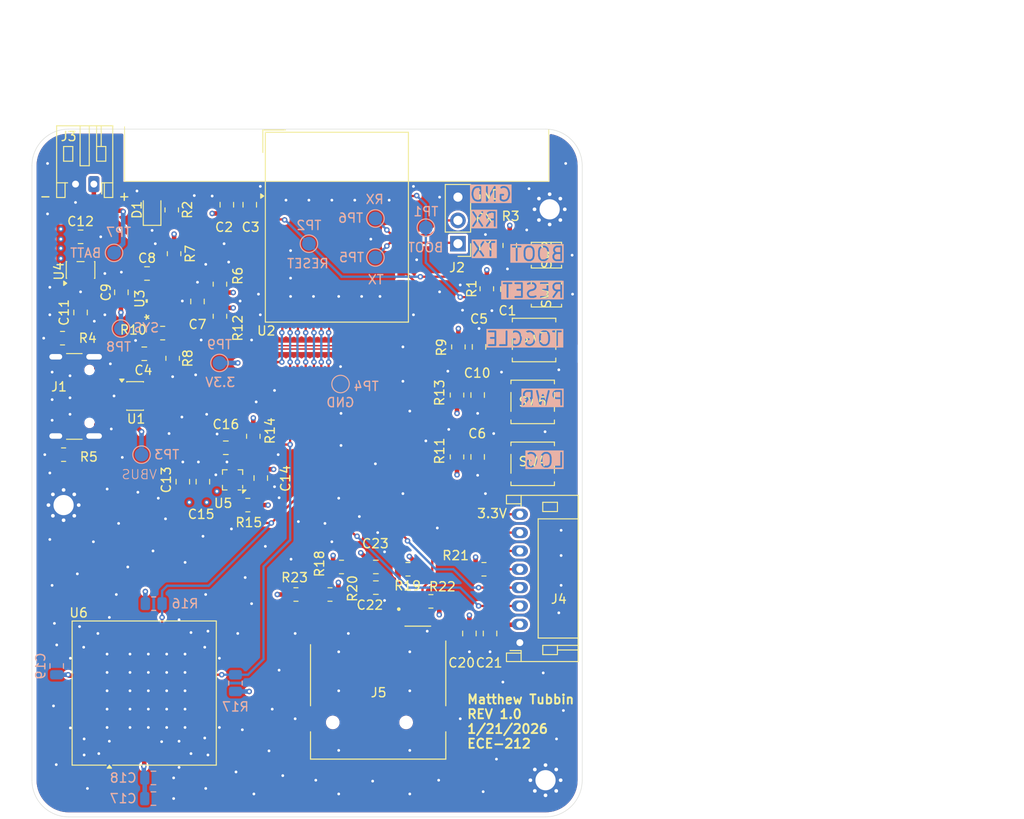
<source format=kicad_pcb>
(kicad_pcb (version 20241229) (generator "pcbnew") (generator_version "9.0")
  (title_block (date "2026-01-13") (company "ECE-212 Team 7") (comment 1 "Matthew Tubbin"))
  (layers (0 "F.Cu" signal) (4 "In1.Cu" signal) (6 "In2.Cu" signal) (2 "B.Cu" signal) (13 "F.Paste" user) (15 "B.Paste" user) (5 "F.SilkS" user "F.Silkscreen") (7 "B.SilkS" user "B.Silkscreen") (1 "F.Mask" user) (3 "B.Mask" user) (25 "Edge.Cuts" user))
  (net 0 "")
  (net 1 "+3.3V")
  (net 2 "GND")
  (net 3 "VBUS")
  (net 4 "Net-(U3-VDD)")
  (net 5 "/MCU/PWR/OLED{slash}SD_MOSI")
  (net 6 "/MCU/PWR/SD_CS")
  (net 7 "Net-(U3-NTC)")
  (net 8 "/MCU/PWR/OLED{slash}SD_SCK")
  (net 9 "/MCU/PWR/SD_MISO")
  (net 10 "/MCU/PWR/OLED_CS")
  (net 11 "/MCU/PWR/OLED_DC")
  (net 12 "/MCU/PWR/OLED_RST")
  (net 13 "/MCU/PWR/GPS{slash}MAG_CLK")
  (net 14 "/MCU/PWR/GPS{slash}MAG_DATA")
  (net 15 "/MCU/PWR/SD_DETECT")
  (net 16 "/MCU/PWR/BATT_DATA")
  (net 17 "/MCU/PWR/BATT_CLK")
  (net 18 "/MCU/PWR/MAG_INT")
  (net 19 "Net-(U2-EN)")
  (net 20 "Net-(U3-SYS)")
  (net 21 "Net-(U5-C1)")
  (net 22 "Net-(D1-A)")
  (net 23 "Net-(J1-CC1)")
  (net 24 "Net-(J1-D+-PadA6)")
  (net 25 "Net-(U2-IO0)")
  (net 30 "/MCU/PWR/OLED_DET")
  (net 45 "+BATT")
  (net 46 "/MCU/PWR/BATT_INT")
  (net 47 "/MCU/PWR/USB_D+")
  (net 48 "/MCU/PWR/USB_D-")
  (net 49 "/MCU/PWR/RX")
  (net 50 "/MCU/PWR/TX")
  (net 51 "/MCU/PWR/SW_TOGGLE")
  (net 52 "/MCU/PWR/SW_PWR")
  (net 53 "/MCU/PWR/SW_LOG")
  (net 60 "Net-(U2-IO2)")
  (net 62 "Net-(J1-D--PadA7)")
  (net 63 "Net-(J1-CC2)")
  (footprint "RF_GPS:ublox_SAM-M8Q" (layer "F.Cu") (at 126.290781 123.498876 90)
    (property "Reference" "U6")
    (property "Value" "SAM-M10Q")
  )
  (footprint "Resistor_SMD:R_0805_2012Metric" (layer "F.Cu") (at 163.65 79.4125 90)
    (property "Reference" "R1")
    (property "Value" "10k")
  )
  (footprint "LED_SMD:LED_0805_2012Metric" (layer "F.Cu") (at 127.15 70.8125 90)
    (property "Reference" "D1")
    (property "Value" "LED")
  )
  (footprint "Resistor_SMD:R_0805_2012Metric" (layer "F.Cu") (at 138.1875 95.5 90)
    (property "Reference" "R14")
    (property "Value" "10k")
  )
  (footprint "Button_Switch_SMD:SW_SPST_TL3305C" (layer "F.Cu") (at 168.65 91.75)
    (property "Reference" "SW5")
    (property "Value" "SW_Push")
  )
  (footprint "Resistor_SMD:R_0805_2012Metric" (layer "F.Cu") (at 160.4 97.75 -90)
    (property "Reference" "R11")
    (property "Value" "10k")
  )
  (footprint "Capacitor_SMD:C_0805_2012Metric" (layer "F.Cu") (at 151.55 112)
    (property "Reference" "C22")
    (property "Value" "0.1u")
  )
  (footprint "MountingHole:MountingHole_2.2mm_M2_Pad_Via" (layer "F.Cu") (at 170.05 133)
    (property "Reference" "H2" (hide yes))
    (property "Value" "MountingHole_Pad")
  )
  (footprint "Capacitor_SMD:C_0805_2012Metric" (layer "F.Cu") (at 137.8 70.25 90)
    (property "Reference" "C3")
    (property "Value" "0.1u")
  )
  (footprint "Resistor_SMD:R_0805_2012Metric" (layer "F.Cu") (at 129.55 75.5875 -90)
    (property "Reference" "R7")
    (property "Value" "10k")
  )
  (footprint "Button_Switch_SMD:SW_SPST_B3U-1000P" (layer "F.Cu") (at 170.15 75.75)
    (property "Reference" "SW2")
    (property "Value" "SW_Push")
  )
  (footprint "Button_Switch_SMD:SW_SPST_TL3305C" (layer "F.Cu") (at 168.8 85)
    (property "Reference" "SW3")
    (property "Value" "SW_Push")
  )
  (footprint "Resistor_SMD:R_0805_2012Metric" (layer "F.Cu") (at 129.3908 86.9967 -90)
    (property "Reference" "R8")
    (property "Value" "10k")
  )
  (footprint "Capacitor_SMD:C_0805_2012Metric" (layer "F.Cu") (at 162.65 97.75 -90)
    (property "Reference" "C6")
    (property "Value" "0.1u")
  )
  (footprint "MP2667_DL:QFN-10_2MMx2MM_MNP" (layer "F.Cu") (at 128.3 80.7467 90)
    (property "Reference" "U3")
    (property "Value" "MP2667")
  )
  (footprint "MSD-4-A_DL:CUI_MSD-4-A" (layer "F.Cu") (at 151.8 123.45)
    (property "Reference" "J5")
    (property "Value" "MSD-4-A")
  )
  (footprint "Capacitor_SMD:C_0805_2012Metric" (layer "F.Cu") (at 162.65 91 -90)
    (property "Reference" "C10")
    (property "Value" "0.1u")
  )
  (footprint "Capacitor_SMD:C_0805_2012Metric" (layer "F.Cu") (at 162.8 85.75 90)
    (property "Reference" "C5")
    (property "Value" "0.1u")
  )
  (footprint "Resistor_SMD:R_0805_2012Metric" (layer "F.Cu") (at 147.8 109.75)
    (property "Reference" "R18")
    (property "Value" "10k")
  )
  (footprint "Connector_PinHeader_2.54mm:PinHeader_1x03_P2.54mm_Vertical" (layer "F.Cu") (at 160.5 74.5 180)
    (property "Reference" "J2")
    (property "Value" "Conn_01x03")
  )
  (footprint "Button_Switch_SMD:SW_SPST_TL3305C" (layer "F.Cu") (at 168.65 98.5)
    (property "Reference" "SW4")
    (property "Value" "SW_Push")
  )
  (footprint "Resistor_SMD:R_0805_2012Metric" (layer "F.Cu") (at 137.5875 103)
    (property "Reference" "R15")
    (property "Value" "10k")
  )
  (footprint "RF_Module:ESP32-S2-MINI-1" (layer "F.Cu") (at 147.3 72.7)
    (property "Reference" "U2")
    (property "Value" "ESP32-S3-MINI-1")
  )
  (footprint "Button_Switch_SMD:SW_SPST_B3U-1000P" (layer "F.Cu") (at 170.15 80 180)
    (property "Reference" "SW1")
    (property "Value" "SW_Push")
  )
  (footprint "Resistor_SMD:R_0805_2012Metric" (layer "F.Cu") (at 166.15 74.6875 90)
    (property "Reference" "R3")
    (property "Value" "10k")
  )
  (footprint "Resistor_SMD:R_0805_2012Metric" (layer "F.Cu") (at 157.55 113.5 180)
    (property "Reference" "R22")
    (property "Value" "10k")
  )
  (footprint "Resistor_SMD:R_0805_2012Metric" (layer "F.Cu") (at 117.38125 84.8)
    (property "Reference" "R4")
    (property "Value" "5.1k")
  )
  (footprint "Capacitor_SMD:C_0805_2012Metric" (layer "F.Cu") (at 135.3 70.25 90)
    (property "Reference" "C2")
    (property "Value" "22u")
  )
  (footprint "Capacitor_SMD:C_0805_2012Metric" (layer "F.Cu") (at 119.35 82 90)
    (property "Reference" "C11")
    (property "Value" "10u")
  )
  (footprint "Capacitor_SMD:C_0805_2012Metric" (layer "F.Cu") (at 130.5 100.45 90)
    (property "Reference" "C13")
    (property "Value" "10u")
  )
  (footprint "Connector_JST:JST_PH_S2B-PH-K_1x02_P2.00mm_Horizontal" (layer "F.Cu") (at 120.8 68 180)
    (property "Reference" "J3")
    (property "Value" "Conn_01x02_Socket")
  )
  (footprint "Package_TO_SOT_SMD:SOT-23-6" (layer "F.Cu") (at 125.3 91.1)
    (property "Reference" "U1")
    (property "Value" "USBLC6-2SC6")
  )
  (footprint "Capacitor_SMD:C_0805_2012Metric" (layer "F.Cu") (at 151.55 109.75)
    (property "Reference" "C23")
    (property "Value" "10u")
  )
  (footprint "Capacitor_SMD:C_0805_2012Metric" (layer "F.Cu") (at 165.9 79.45 90)
    (property "Reference" "C1")
    (property "Value" "1u")
  )
  (footprint "Capacitor_SMD:C_0805_2012Metric" (layer "F.Cu") (at 164 117 -90)
    (property "Reference" "C21")
    (property "Value" "0.1u")
  )
  (footprint "Resistor_SMD:R_0805_2012Metric" (layer "F.Cu") (at 160.4 91 -90)
    (property "Reference" "R13")
    (property "Value" "10k")
  )
  (footprint "Connector_USB:USB_C_Receptacle_GCT_USB4105-xx-A_16P_TopMnt_Horizontal" (layer "F.Cu") (at 117.72 91.15 -90)
    (property "Reference" "J1")
    (property "Value" "USB_C_Receptacle_USB2.0_16P")
  )
  (footprint "Resistor_SMD:R_0805_2012Metric" (layer "F.Cu") (at 146.55 112.75 180)
    (property "Reference" "R20")
    (property "Value" "10k")
  )
  (footprint "Resistor_SMD:R_0805_2012Metric" (layer "F.Cu") (at 160.55 85.75 90)
    (property "Reference" "R9")
    (property "Value" "10k")
  )
  (footprint "Package_TO_SOT_SMD:SOT-23-5" (layer "F.Cu") (at 119.35 77.3625 90)
    (property "Reference" "U4")
    (property "Value" "XC6220B331MR-G")
  )
  (footprint "Resistor_SMD:R_0805_2012Metric" (layer "F.Cu") (at 134.55 78.9125 -90)
    (property "Reference" "R6")
    (property "Value" "10k")
  )
  (footprint "Capacitor_SMD:C_0805_2012Metric" (layer "F.Cu") (at 135.1875 96.75 180)
    (property "Reference" "C16")
    (property "Value" "0.22u")
  )
  (footprint "Resistor_SMD:R_0805_2012Metric" (layer "F.Cu") (at 163.3375 110 180)
    (property "Reference" "R21")
    (property "Value" "10k")
  )
  (footprint "Capacitor_SMD:C_0805_2012Metric" (layer "F.Cu") (at 132.6875 100.45 90)
    (property "Reference" "C15")
    (property "Value" "0.1u")
  )
  (footprint "Capacitor_SMD:C_0805_2012Metric" (layer "F.Cu") (at 123.8 79.8 90)
    (property "Reference" "C9")
    (property "Value" "2.2u")
  )
  (footprint "Resistor_SMD:R_0805_2012Metric" (layer "F.Cu") (at 128.3033 84.2467 180)
    (property "Reference" "R10")
    (property "Value" "10k")
  )
  (footprint "Resistor_SMD:R_0805_2012Metric" (layer "F.Cu") (at 117.5 97.5 180)
    (property "Reference" "R5")
    (property "Value" "5.1k")
  )
  (footprint "Capacitor_SMD:C_0805_2012Metric" (layer "F.Cu") (at 126.6 77.75)
    (property "Reference" "C8")
    (property "Value" "10u")
  )
  (footprint "Resistor_SMD:R_0805_2012Metric" (layer "F.Cu") (at 142.8375 112.75)
    (property "Reference" "R23")
    (property "Value" "10k")
  )
  (footprint "Capacitor_SMD:C_0805_2012Metric" (layer "F.Cu") (at 139 100.05 -90)
    (property "Reference" "C14")
    (property "Value" "0.1u")
  )
  (footprint "Resistor_SMD:R_0805_2012Metric" (layer "F.Cu") (at 134.55 82.4125 -90)
    (property "Reference" "R12")
    (property "Value" "100k")
  )
  (footprint "Capacitor_SMD:C_0805_2012Metric" (layer "F.Cu") (at 119.35 73.75)
    (property "Reference" "C12")
    (property "Value" "10u")
  )
  (footprint "Capacitor_SMD:C_0805_2012Metric" (layer "F.Cu") (at 161.75 117 90)
    (property "Reference" "C20")
    (property "Value" "10u")
  )
  (footprint "Capacitor_SMD:C_0805_2012Metric" (layer "F.Cu") (at 132.1 80.8 90)
    (property "Reference" "C7")
    (property "Value" "0.1u")
  )
  (footprint "Resistor_SMD:R_0805_2012Metric" (layer "F.Cu") (at 129.291726 70.815774 90)
    (property "Reference" "R2")
    (property "Value" "2.2k")
  )
  (footprint "Connector_JST:JST_PH_S8B-PH-K_1x08_P2.00mm_Horizontal" (layer "F.Cu") (at 167.25 117.999999 90)
    (property "Reference" "J4")
    (property "Value" "Conn_01x08_Socket")
  )
  (footprint "Capacitor_SMD:C_0805_2012Metric" (layer "F.Cu") (at 126.3 86.5)
    (property "Reference" "C4")
    (property "Value" "1u")
  )
  (footprint "Package_LGA:LGA-12_2x2mm_P0.5mm" (layer "F.Cu") (at 135.925 100.25 180)
    (property "Reference" "U5")
    (property "Value" "LIS2MDL")
  )
  (footprint "MountingHole:MountingHole_2.2mm_M2_Pad_Via" (layer "F.Cu") (at 117.5 103)
    (property "Reference" "H3" (hide yes))
    (property "Value" "MountingHole_Pad")
  )
  (footprint "Resistor_SMD:R_0805_2012Metric" (layer "F.Cu") (at 155.05 110 180)
    (property "Reference" "R19")
    (property "Value" "10k")
  )
  (footprint "MountingHole:MountingHole_2.2mm_M2_Pad_Via" (layer "F.Cu") (at 170.5 70.75)
    (property "Reference" "H1" (hide yes))
    (property "Value" "MountingHole_Pad")
  )
  (footprint "TestPoint:TestPoint_Pad_D1.5mm" (layer "B.Cu") (at 151.5 71.75)
    (property "Reference" "TP6")
    (property "Value" "TestPoint")
  )
  (footprint "Capacitor_SMD:C_0805_2012Metric" (layer "B.Cu") (at 127.294689 135.004392)
    (property "Reference" "C17")
    (property "Value" "10u")
  )
  (footprint "Capacitor_SMD:C_0805_2012Metric" (layer "B.Cu") (at 127.294689 132.754392)
    (property "Reference" "C18")
    (property "Value" "0.1u")
  )
  (footprint "TestPoint:TestPoint_Pad_D1.5mm" (layer "B.Cu") (at 123.75 83.75)
    (property "Reference" "TP8")
    (property "Value" "TestPoint")
  )
  (footprint "TestPoint:TestPoint_Pad_D1.5mm" (layer "B.Cu") (at 157 72.75)
    (property "Reference" "TP1")
    (property "Value" "TestPoint")
  )
  (footprint "Resistor_SMD:R_0805_2012Metric" (layer "B.Cu") (at 127.328281 113.748876 180)
    (property "Reference" "R16")
    (property "Value" "2.2k")
  )
  (footprint "TestPoint:TestPoint_Pad_D1.5mm" (layer "B.Cu") (at 126 97.5)
    (property "Reference" "TP3")
    (property "Value" "TestPoint")
  )
  (footprint "TestPoint:TestPoint_Pad_D1.5mm" (layer "B.Cu") (at 147.7 89.8)
    (property "Reference" "TP4")
    (property "Value" "TestPoint")
  )
  (footprint "TestPoint:TestPoint_Pad_D1.5mm" (layer "B.Cu") (at 144.25 74.5)
    (property "Reference" "TP2")
    (property "Value" "TestPoint")
  )
  (footprint "Resistor_SMD:R_0805_2012Metric" (layer "B.Cu") (at 136.240781 122.411376 -90)
    (property "Reference" "R17")
    (property "Value" "2.2k")
  )
  (footprint "Capacitor_SMD:C_0805_2012Metric" (layer "B.Cu") (at 116.75 120.55 90)
    (property "Reference" "C19")
    (property "Value" "0.1u")
  )
  (footprint "TestPoint:TestPoint_Pad_D1.5mm" (layer "B.Cu") (at 151.5 76)
    (property "Reference" "TP5")
    (property "Value" "TestPoint")
  )
  (footprint "TestPoint:TestPoint_Pad_D1.5mm" (layer "B.Cu") (at 123 75.5)
    (property "Reference" "TP7")
    (property "Value" "TestPoint")
  )
  (footprint "TestPoint:TestPoint_Pad_D1.5mm" (layer "B.Cu") (at 134.5 87.5)
    (property "Reference" "TP9")
    (property "Value" "TestPoint")
  )
  (gr_line (start 170.4 67.7) (end 170.4 62.05) (stroke (width 0.1)) (layer "F.SilkS"))
  (gr_line (start 124.15 61.75) (end 124.15 67.7) (stroke (width 0.1)) (layer "F.SilkS"))
  (gr_line (start 124.15 67.7) (end 170.4 67.7) (stroke (width 0.1)) (layer "F.SilkS"))
  (gr_line (start 174.05 66) (end 174.05 133) (stroke (width 0.05)) (layer "Edge.Cuts"))
  (gr_line (start 114.05 133) (end 114.05 66) (stroke (width 0.05)) (layer "Edge.Cuts"))
  (gr_arc (start 114.05 66) (mid 115.221573 63.171573) (end 118.05 62) (stroke (width 0.05)) (layer "Edge.Cuts"))
  (gr_arc (start 170.05 62) (mid 172.878427 63.171573) (end 174.05 66) (stroke (width 0.05)) (layer "Edge.Cuts"))
  (gr_line (start 170.05 137) (end 118.05 137) (stroke (width 0.05)) (layer "Edge.Cuts"))
  (gr_arc (start 174.05 133) (mid 172.878427 135.828427) (end 170.05 137) (stroke (width 0.05)) (layer "Edge.Cuts"))
  (gr_line (start 118.05 62) (end 170.05 62) (stroke (width 0.05)) (layer "Edge.Cuts"))
  (gr_arc (start 118.05 137) (mid 115.221573 135.828427) (end 114.05 133) (stroke (width 0.05)) (layer "Edge.Cuts"))
  (gr_text "RX" (at 162.3 72.3 0) (layer "F.SilkS") (effects (font (size 1 1)) (justify left bottom)))
  (gr_text "3.3V" (at 162.5 104.5 0) (layer "F.SilkS") (effects (font (size 1 1)) (justify left bottom)))
  (gr_text "TX" (at 162.4 75.3 0) (layer "F.SilkS") (effects (font (size 1 1)) (justify left bottom)))
  (gr_text "+" (at 123.4 69.9 0) (layer "F.SilkS") (effects (font (size 1 1)) (justify left bottom)))
  (gr_text "GND" (at 162 69.75 0) (layer "F.SilkS") (effects (font (size 1 1)) (justify left bottom)))
  (gr_text "Matthew Tubbin\nREV 1.0\n1/21/2026\nECE-212" (at 161.4 129.6 0) (layer "F.SilkS") (effects (font (size 1 1) (thickness 0.2) (bold yes)) (justify left bottom)))
  (gr_text "-" (at 114.8 69.9 0) (layer "F.SilkS") (effects (font (size 1 1)) (justify left bottom)))
  (gr_text "RESET" (at 146.5 77.25 0) (layer "B.SilkS") (effects (font (size 1 1)) (justify left bottom mirror)))
  (gr_text "RESET" (at 172.25 80.5 0) (layer "B.SilkS" knockout) (effects (font (size 1.5 1.5) (thickness 0.2)) (justify left bottom mirror)))
  (gr_text "GND" (at 149.3 92.4 0) (layer "B.SilkS") (effects (font (size 1 1)) (justify left bottom mirror)))
  (gr_text "VBUS" (at 127.75 100.25 0) (layer "B.SilkS") (effects (font (size 1 1) (thickness 0.1)) (justify left bottom mirror)))
  (gr_text "RX" (at 165 72.75 0) (layer "B.SilkS" knockout) (effects (font (size 1.5 1.5) (thickness 0.2)) (justify left bottom mirror)))
  (gr_text "LOG" (at 172.25 99 0) (layer "B.SilkS" knockout) (effects (font (size 1.5 1.5) (thickness 0.2)) (justify left bottom mirror)))
  (gr_text "TX" (at 152.5 79 0) (layer "B.SilkS") (effects (font (size 1 1)) (justify left bottom mirror)))
  (gr_text "PWR" (at 172.25 92.25 0) (layer "B.SilkS" knockout) (effects (font (size 1.5 1.5) (thickness 0.2)) (justify left bottom mirror)))
  (gr_text "SYS" (at 128 84.25 0) (layer "B.SilkS") (effects (font (size 1 1)) (justify left bottom mirror)))
  (gr_text "TOGGLE" (at 172 85.75 0) (layer "B.SilkS" knockout) (effects (font (size 1.5 1.5) (thickness 0.2)) (justify left bottom mirror)))
  (gr_text "BATT" (at 121.7 76.1 0) (layer "B.SilkS") (effects (font (size 1 1)) (justify left bottom mirror)))
  (gr_text "TX" (at 164.75 76 0) (layer "B.SilkS" knockout) (effects (font (size 1.5 1.5) (thickness 0.2)) (justify left bottom mirror)))
  (gr_text "GND" (at 166.5 70 0) (layer "B.SilkS" knockout) (effects (font (size 1.5 1.5) (thickness 0.2)) (justify left bottom mirror)))
  (gr_text "BOOT" (at 159 75.5 0) (layer "B.SilkS") (effects (font (size 1 1)) (justify left bottom mirror)))
  (gr_text "RX" (at 152.5 70.25 0) (layer "B.SilkS") (effects (font (size 1 1)) (justify left bottom mirror)))
  (gr_text "3.3V" (at 136.3 90.2 0) (layer "B.SilkS") (effects (font (size 1 1)) (justify left bottom mirror)))
  (gr_text "BOOT" (at 172.25 76.5 0) (layer "B.SilkS" knockout) (effects (font (size 1.5 1.5) (thickness 0.2) (bold yes)) (justify left bottom mirror)))
  (segment (start 160.4 91.9125) (end 160.4 93) (width 0.5) (layer "F.Cu") (net 1))
  (segment (start 139.4 71) (end 139.2 71) (width 0.5) (layer "F.Cu") (net 1))
  (segment (start 140.8 112.75) (end 141.925 112.75) (width 0.5) (layer "F.Cu") (net 1))
  (segment (start 162.425 108.675) (end 162.425 110) (width 0.5) (layer "F.Cu") (net 1))
  (segment (start 138.5 103) (end 139.8 103) (width 0.5) (layer "F.Cu") (net 1))
  (segment (start 150.6 113.8) (end 150.75 113.95) (width 0.5) (layer "F.Cu") (net 1))
  (segment (start 146.8875 108.5) (end 146.8875 109.75) (width 0.5) (layer "F.Cu") (net 1))
  (segment (start 163.65 77.35) (end 163.65 78.5) (width 0.5) (layer "F.Cu") (net 1))
  (segment (start 135.3 71.2) (end 137.8 71.2) (width 0.5) (layer "F.Cu") (net 1))
  (segment (start 150.75 113.95) (end 150.75 115.7) (width 0.5) (layer "F.Cu") (net 1))
  (segment (start 158.5625 113.4) (end 158.4625 113.5) (width 0.5) (layer "F.Cu") (net 1))
  (segment (start 126.240781 130.148876) (end 126.290781 130.098876) (width 0.5) (layer "F.Cu") (net 1))
  (segment (start 137.25 100) (end 138.15 99.1) (width 0.25) (layer "F.Cu") (net 1))
  (segment (start 124.390781 130.098876) (end 126.290781 130.098876) (width 0.5) (layer "F.Cu") (net 1))
  (segment (start 126.25 131.5) (end 126.290781 131.459219) (width 0.5) (layer "F.Cu") (net 1))
  (segment (start 150.6 108.9) (end 150.6 109.75) (width 0.5) (layer "F.Cu") (net 1))
  (segment (start 139.2 71) (end 139 71.2) (width 0.5) (layer "F.Cu") (net 1))
  (segment (start 160.55 83.75) (end 160.55 84.8375) (width 0.5) (layer "F.Cu") (net 1))
  (segment (start 129.55 73.45) (end 129.55 74.675) (width 0.5) (layer "F.Cu") (net 1))
  (segment (start 160.4 99.7) (end 160.4 98.6625) (width 0.5) (layer "F.Cu") (net 1))
  (segment (start 135.3 71.2) (end 133.7 71.2) (width 0.5) (layer "F.Cu") (net 1))
  (segment (start 155.9625 109.3625) (end 155.2 108.6) (width 0.5) (layer "F.Cu") (net 1))
  (segment (start 155.9625 110) (end 155.9625 109.3625) (width 0.5) (layer "F.Cu") (net 1))
  (segment (start 140.4 99.1) (end 139 99.1) (width 0.5) (layer "F.Cu") (net 1))
  (segment (start 134.55 81.5) (end 136 81.5) (width 0.5) (layer "F.Cu") (net 1))
  (segment (start 118.098876 121.598876) (end 119.690781 121.598876) (width 0.5) (layer "F.Cu") (net 1))
  (segment (start 138.15 99.1) (end 139 99.1) (width 0.25) (layer "F.Cu") (net 1))
  (segment (start 158.4625 114.9625) (end 158.4625 113.5) (width 0.5) (layer "F.Cu") (net 1))
  (segment (start 161.75 116.05) (end 161.75 115) (width 0.5) (layer "F.Cu") (net 1))
  (segment (start 136 79.825) (end 134.55 79.825) (width 0.5) (layer "F.Cu") (net 1))
  (segment (start 150.6 112) (end 150.6 113.8) (width 0.5) (layer "F.Cu") (net 1))
  (segment (start 139 71.2) (end 137.8 71.2) (width 0.5) (layer "F.Cu") (net 1))
  (segment (start 164 116.05) (end 167.199998 116.05) (width 0.5) (layer "F.Cu") (net 1))
  (segment (start 147.4625 111.4375) (end 147.4625 112.75) (width 0.5) (layer "F.Cu") (net 1))
  (segment (start 149.9 108.2) (end 150.6 108.9) (width 0.5) (layer "F.Cu") (net 1))
  (segment (start 124.240781 130.248876) (end 124.390781 130.098876) (width 0.5) (layer "F.Cu") (net 1))
  (segment (start 118 121.5) (end 118.098876 121.598876) (width 0.5) (layer "F.Cu") (net 1))
  (segment (start 150.6 112) (end 150.6 109.75) (width 0.5) (layer "F.Cu") (net 1))
  (segment (start 138.1875 93.5) (end 138.1875 94.5875) (width 0.5) (layer "F.Cu") (net 1))
  (segment (start 164 116.05) (end 161.75 116.05) (width 0.5) (layer "F.Cu") (net 1))
  (segment (start 126.290781 131.459219) (end 126.290781 130.098876) (width 0.5) (layer "F.Cu") (net 1))
  (segment (start 167.199998 116.05) (end 167.25 115.999998) (width 0.5) (layer "F.Cu") (net 1))
  (segment (start 139.4 71) (end 140.3 71) (width 0.25) (layer "F.Cu") (net 1))
  (segment (start 136.6875 100) (end 137.25 100) (width 0.25) (layer "F.Cu") (net 1))
  (segment (start 166.15 72.5) (end 166.15 73.775) (width 0.5) (layer "F.Cu") (net 1))
  (via (at 117.2 75) (size 0.6) (drill 0.3) (layers "F.Cu" "B.Cu") (net 1))
  (via (at 139.8 103) (size 0.6) (drill 0.3) (layers "F.Cu" "B.Cu") (net 1))
  (via (at 136 79.825) (size 0.6) (drill 0.3) (layers "F.Cu" "B.Cu") (net 1))
  (via (at 158.4625 114.9625) (size 0.6) (drill 0.3) (layers "F.Cu" "B.Cu") (net 1))
  (via (at 161.75 115) (size 0.6) (drill 0.3) (layers "F.Cu" "B.Cu") (net 1))
  (via (at 140.8 112.75) (size 0.6) (drill 0.3) (layers "F.Cu" "B.Cu") (net 1))
  (via (at 163.65 77.35) (size 0.6) (drill 0.3) (layers "F.Cu" "B.Cu") (net 1))
  (via (at 118 121.5) (size 0.6) (drill 0.3) (layers "F.Cu" "B.Cu") (net 1))
  (via (at 140.4 99.1) (size 0.6) (drill 0.3) (layers "F.Cu" "B.Cu") (net 1))
  (via (at 146.8875 108.5) (size 0.6) (drill 0.3) (layers "F.Cu" "B.Cu") (net 1))
  (via (at 126.415781 112.423876) (size 0.6) (drill 0.3) (layers "F.Cu" "B.Cu") (net 1))
  (via (at 155.2 108.6) (size 0.6) (drill 0.3) (layers "F.Cu" "B.Cu") (net 1))
  (via (at 126.25 131.5) (size 0.6) (drill 0.3) (layers "F.Cu" "B.Cu") (net 1))
  (via (at 160.55 83.75) (size 0.6) (drill 0.3) (layers "F.Cu" "B.Cu") (net 1))
  (via (at 160.4 99.7) (size 0.6) (drill 0.3) (layers "F.Cu" "B.Cu") (net 1))
  (via (at 149.9 108.2) (size 0.6) (drill 0.3) (layers "F.Cu" "B.Cu") (net 1))
  (via (at 166.15 72.5) (size 0.6) (drill 0.3) (layers "F.Cu" "B.Cu") (net 1))
  (via (at 147.4625 111.4375) (size 0.6) (drill 0.3) (layers "F.Cu" "B.Cu") (net 1))
  (via (at 160.4 93) (size 0.6) (drill 0.3) (layers "F.Cu" "B.Cu") (net 1))
  (via (at 131.2125 102.7) (size 0.6) (drill 0.3) (layers "F.Cu" "B.Cu") (net 1))
  (via (at 133.7 71.2) (size 0.6) (drill 0.3) (layers "F.Cu" "B.Cu") (net 1))
  (via (at 136.5 87.5) (size 0.6) (drill 0.3) (layers "F.Cu" "B.Cu") (net 1))
  (via (at 133.1 102.7) (size 0.6) (drill 0.3) (layers "F.Cu" "B.Cu") (net 1))
  (via (at 162.425 108.675) (size 0.6) (drill 0.3) (layers "F.Cu" "B.Cu") (net 1))
  (via (at 117.2 74) (size 0.6) (drill 0.3) (layers "F.Cu" "B.Cu") (net 1))
  (via (at 136 81.5) (size 0.6) (drill 0.3) (layers "F.Cu" "B.Cu") (net 1))
  (via (at 134.2125 101.5) (size 0.6) (drill 0.3) (layers "F.Cu" "B.Cu") (net 1))
  (via (at 129.55 73.45) (size 0.6) (drill 0.3) (layers "F.Cu" "B.Cu") (net 1))
  (via (at 138.1875 93.5) (size 0.6) (drill 0.3) (layers "F.Cu" "B.Cu") (net 1))
  (via (at 117.2 76.1) (size 0.6) (drill 0.3) (layers "F.Cu" "B.Cu") (net 1))
  (via (at 117.2 72.9) (size 0.6) (drill 0.3) (layers "F.Cu" "B.Cu") (net 1))
  (via (at 137.740781 123.323876) (size 0.6) (drill 0.3) (layers "F.Cu" "B.Cu") (net 1))
  (segment (start 134.5 87.5) (end 136.5 87.5) (width 0.5) (layer "B.Cu") (net 1))
  (segment (start 126.25 132.659703) (end 126.344689 132.754392) (width 0.5) (layer "B.Cu") (net 1))
  (segment (start 118 121.5) (end 116.75 121.5) (width 0.5) (layer "B.Cu") (net 1))
  (segment (start 137.740781 123.323876) (end 136.240781 123.323876) (width 0.5) (layer "B.Cu") (net 1))
  (segment (start 126.25 131.5) (end 126.25 132.659703) (width 0.5) (layer "B.Cu") (net 1))
  (segment (start 126.344689 132.754392) (end 126.344689 135.004392) (width 0.5) (layer "B.Cu") (net 1))
  (segment (start 126.415781 112.423876) (end 126.415781 113.748876) (width 0.5) (layer "B.Cu") (net 1))
  (segment (start 134.440781 127.298876) (end 134.490781 127.248876) (width 0.25) (layer "F.Cu") (net 2))
  (segment (start 132.1 79.85) (end 132.1 78.7) (width 0.5) (layer "F.Cu") (net 2))
  (segment (start 139 101) (end 140.5 101) (width 0.5) (layer "F.Cu") (net 2))
  (segment (start 152.5 112) (end 152.5 113.4) (width 0.5) (layer "F.Cu") (net 2))
  (segment (start 162.8 83.75) (end 162.8 84.8) (width 0.5) (layer "F.Cu") (net 2))
  (segment (start 131.390781 130.098876) (end 130.090781 130.098876) (width 0.25) (layer "F.Cu") (net 2))
  (segment (start 125.35 85.05) (end 125.35 86.5) (width 0.5) (layer "F.Cu") (net 2))
  (segment (start 119.690781 128.448876) (end 119.690781 127.298876) (width 0.25) (layer "F.Cu") (net 2))
  (segment (start 164 119) (end 164 117.95) (width 0.5) (layer "F.Cu") (net 2))
  (segment (start 121.390781 116.898876) (end 122.490781 116.898876) (width 0.25) (layer "F.Cu") (net 2))
  (segment (start 121.4 87.95) (end 122.25 87.95) (width 0.5) (layer "F.Cu") (net 2))
  (segment (start 162.65 99.75) (end 162.65 98.7) (width 0.5) (layer "F.Cu") (net 2))
  (segment (start 135.3 69.3) (end 137.8 69.3) (width 0.5) (layer "F.Cu") (net 2))
  (segment (start 159.55 126.3) (end 160.75 126.3) (width 0.5) (layer "F.Cu") (net 2))
  (segment (start 120.85 82.95) (end 119.35 82.95) (width 0.5) (layer "F.Cu") (net 2))
  (segment (start 164 117.95) (end 167.200001 117.95) (width 0.5) (layer "F.Cu") (net 2))
  (segment (start 135.4125 98.3) (end 135.675 98.5625) (width 0.2) (layer "F.Cu") (net 2))
  (segment (start 131.390781 116.898876) (end 130.090781 116.898876) (width 0.25) (layer "F.Cu") (net 2))
  (segment (start 163.9 84.8) (end 165.2 83.5) (width 0.5) (layer "F.Cu") (net 2))
  (segment (start 125.65 77.75) (end 125.5 77.6) (width 0.5) (layer "F.Cu") (net 2))
  (segment (start 134.490781 119.698876) (end 132.890781 119.698876) (width 0.25) (layer "F.Cu") (net 2))
  (segment (start 167.200001 117.95) (end 167.25 117.999999) (width 0.5) (layer "F.Cu") (net 2))
  (segment (start 157.15 116.75) (end 158.65 116.75) (width 0.5) (layer "F.Cu") (net 2))
  (segment (start 122.25 87.95) (end 122.6 87.6) (width 0.5) (layer "F.Cu") (net 2))
  (segment (start 125.5 77.6) (end 123.8 77.6) (width 0.5) (layer "F.Cu") (net 2))
  (segment (start 119.740781 128.498876) (end 119.690781 128.448876) (width 0.25) (layer "F.Cu") (net 2))
  (segment (start 138.95 68.25) (end 140.3 68.25) (width 0.5) (layer "F.Cu") (net 2))
  (segment (start 165.05 93.25) (end 172.25 93.25) (width 0.5) (layer "F.Cu") (net 2))
  (segment (start 130.090781 115.498876) (end 130.090781 116.898876) (width 0.25) (layer "F.Cu") (net 2))
  (segment (start 134.2375 95.25) (end 134.2375 96.75) (width 0.5) (layer "F.Cu") (net 2))
  (segment (start 127.15 73.05) (end 127.15 71.75) (width 0.5) (layer "F.Cu") (net 2))
  (segment (start 121.240781 116.998876) (end 121.290781 116.998876) (width 0.25) (layer "F.Cu") (net 2))
  (segment (start 122.7 94.7) (end 122.35 94.35) (width 0.5) (layer "F.Cu") (net 2))
  (segment (start 122.490781 130.098876) (end 122.490781 128.748876) (width 0.25) (layer "F.Cu") (net 2))
  (segment (start 135.675 98.5625) (end 135.675 99.4875) (width 0.2) (layer "F.Cu") (net 2))
  (segment (start 171.85 80) (end 173 80) (width 0.5) (layer "F.Cu") (net 2))
  (segment (start 115.33125 84.8) (end 116.46875 84.8) (width 0.5) (layer "F.Cu") (net 2))
  (segment (start 116.5875 97.5) (end 115.45 97.5) (width 0.5) (layer "F.Cu") (net 2))
  (segment (start 162.65 93) (end 162.65 91.95) (width 0.5) (layer "F.Cu") (net 2))
  (segment (start 121.290781 116.998876) (end 121.390781 116.898876) (width 0.25) (layer "F.Cu") (net 2))
  (segment (start 132.890781 118.498876) (end 132.890781 119.698876) (width 0.25) (layer "F.Cu") (net 2))
  (segment (start 134.4 100) (end 134.1 99.7) (width 0.2) (layer "F.Cu") (net 2))
  (segment (start 142.75 126.3) (end 144.05 126.3) (width 0.5) (layer "F.Cu") (net 2))
  (segment (start 118.8 68) (end 118.8 70) (width 0.5) (layer "F.Cu") (net 2))
  (segment (start 165.9 77.25) (end 165.9 78.5) (width 0.5) (layer "F.Cu") (net 2))
  (segment (start 118.240781 127.298876) (end 119.690781 127.298876) (width 0.25) (layer "F.Cu") (net 2))
  (segment (start 148.55 117) (end 148.55 115.7) (width 0.5) (layer "F.Cu") (net 2))
  (segment (start 163.75 91.95) (end 165.05 93.25) (width 0.5) (layer "F.Cu") (net 2))
  (segment (start 123.8 78.85) (end 123.8 77.6) (width 0.5) (layer "F.Cu") (net 2))
  (segment (start 164 117.95) (end 161.75 117.95) (width 0.5) (layer "F.Cu") (net 2))
  (segment (start 118.240781 119.698876) (end 119.690781 119.698876) (width 0.25) (layer "F.Cu") (net 2))
  (segment (start 119.690781 118.498876) (end 119.690781 119.698876) (width 0.25) (layer "F.Cu") (net 2))
  (segment (start 122.35 94.35) (end 121.4 94.35) (width 0.5) (layer "F.Cu") (net 2))
  (segment (start 135.1625 100) (end 134.4 100) (width 0.2) (layer "F.Cu") (net 2))
  (segment (start 138.95 82.25) (end 140.3 82.25) (width 0.5) (layer "F.Cu") (net 2))
  (segment (start 152.5 108.1) (end 152.5 109.75) (width 0.5) (layer "F.Cu") (net 2))
  (segment (start 155.65 68.25) (end 154.3 68.25) (width 0.5) (layer "F.Cu") (net 2))
  (segment (start 129.3908 89) (end 129.3908 87.9092) (width 0.5) (layer "F.Cu") (net 2))
  (segment (start 162.8 84.8) (end 163.9 84.8) (width 0.5) (layer "F.Cu") (net 2))
  (segment (start 130.090781 131.598876) (end 130.090781 130.098876) (width 0.25) (layer "F.Cu") (net 2))
  (segment (start 165.2 83.5) (end 172.4 83.5) (width 0.5) (layer "F.Cu") (net 2))
  (segment (start 155.65 82.25) (end 154.3 82.25) (width 0.5) (layer "F.Cu") (net 2))
  (segment (start 119.35 79.75) (end 119.35 78.5) (width 0.5) (layer "F.Cu") (net 2))
  (segment (start 122.490781 116.898876) (end 122.490781 115.248876) (width 0.25) (layer "F.Cu") (net 2))
  (segment (start 124.1625 91.1) (end 123 91.1) (width 0.5) (layer "F.Cu") (net 2))
  (segment (start 121.55 73.75) (end 120.3 73.75) (width 0.5) (layer "F.Cu") (net 2))
  (segment (start 121.340781 130.098876) (end 122.490781 130.098876) (width 0.25) (layer "F.Cu") (net 2))
  (segment (start 135.3 69.3) (end 133.7 69.3) (width 0.5) (layer "F.Cu") (net 2))
  (segment (start 132.2 98.3) (end 132.6875 98.7875) (width 0.5) (layer "F.Cu") (net 2))
  (segment (start 158.5 69.42) (end 160.5 69.42) (width 0.5) (layer "F.Cu") (net 2))
  (segment (start 172.95 75.75) (end 171.85 75.75) (width 0.5) (layer "F.Cu") (net 2))
  (segment (start 165.05 100) (end 172.25 100) (width 0.5) (layer "F.Cu") (net 2))
  (segment (start 162.65 98.7) (end 163.75 98.7) (width 0.5) (layer "F.Cu") (net 2))
  (segment (start 128.190781 128.798876) (end 128.190781 130.098876) (width 0.25) (layer "F.Cu") (net 2))
  (segment (start 132.890781 128.398876) (end 132.890781 127.298876) (width 0.25) (layer "F.Cu") (net 2))
  (segment (start 130.4467 80.7467) (end 129.3033 80.7467) (width 0.2) (layer "F.Cu") (net 2))
  (segment (start 132.890781 127.298876) (end 134.440781 127.298876) (width 0.25) (layer "F.Cu") (net 2))
  (segment (start 132.6875 98.7875) (end 132.6875 99.5) (width 0.5) (layer "F.Cu") (net 2))
  (segment (start 144.05 117) (end 142.75 117) (width 0.5) (layer "F.Cu") (net 2))
  (segment (start 163.75 98.7) (end 165.05 100) (width 0.5) (layer "F.Cu") (net 2))
  (segment (start 161.75 119) (end 161.75 117.95) (width 0.5) (layer "F.Cu") (net 2))
  (segment (start 130.090781 128.748876) (end 130.090781 130.098876) (width 0.25) (layer "F.Cu") (net 2))
  (segment (start 135.3125 98.3) (end 135.4125 98.3) (width 0.2) (layer "F.Cu") (net 2))
  (segment (start 162.65 91.95) (end 163.75 91.95) (width 0.5) (layer "F.Cu") (net 2))
  (segment (start 130.5 99.5) (end 130.5 98.3) (width 0.5) (layer "F.Cu") (net 2))
  (via (at 138.75 80) (size 0.6) (drill 0.3) (layers "F.Cu" "B.Cu") (net 2))
  (via (at 133.7 69.3) (size 0.6) (drill 0.3) (layers "F.Cu" "B.Cu") (net 2))
  (via (at 171.75 111.75) (size 0.6) (drill 0.3) (layers "F.Cu" "B.Cu") (net 2))
  (via (at 155.65 68.25) (size 0.6) (drill 0.3) (layers "F.Cu" "B.Cu") (net 2))
  (via (at 163.25 134.25) (size 0.6) (drill 0.3) (layers "F.Cu" "B.Cu") (net 2))
  (via (at 155.25 119) (size 0.6) (drill 0.3) (layers "F.Cu" "B.Cu") (net 2))
  (via (at 135 74.5) (size 0.6) (drill 0.3) (layers "F.Cu" "B.Cu") (net 2))
  (via (at 147.7 87.9) (size 0.6) (drill 0.3) (layers "F.Cu" "B.Cu") (net 2))
  (via (at 154.5 85.75) (size 0.6) (drill 0.3) (layers "F.Cu" "B.Cu") (net 2))
  (via (at 130.740781 127.248876) (size 0.6) (drill 0.3) (layers "F.Cu" "B.Cu") (net 2))
  (via (at 151 74) (size 0.6) (drill 0.3) (layers "F.Cu" "B.Cu") (net 2))
  (via (at 122.490781 115.248876) (size 0.6) (drill 0.3) (layers "F.Cu" "B.Cu") (net 2))
  (via (at 155.25 129.75) (size 0.6) (drill 0.3) (layers "F.Cu" "B.Cu") (net 2))
  (via (at 165.9 77.25) (size 0.6) (drill 0.3) (layers "F.Cu" "B.Cu") (net 2))
  (via (at 116.7 131.3) (size 0.6) (drill 0.3) (layers "F.Cu" "B.Cu") (net 2))
  (via (at 127.25 108) (size 0.6) (drill 0.3) (layers "F.Cu" "B.Cu") (net 2))
  (via (at 162.8 83.75) (size 0.6) (drill 0.3) (layers "F.Cu" "B.Cu") (net 2))
  (via (at 122.240781 125.248876) (size 0.6) (drill 0.3) (layers "F.Cu" "B.Cu") (net 2))
  (via (at 128.740781 127.248876) (size 0.6) (drill 0.3) (layers "F.Cu" "B.Cu") (net 2))
  (via (at 168 73) (size 0.6) (drill 0.3) (layers "F.Cu" "B.Cu") (net 2))
  (via (at 116.5 115.9) (size 0.6) (drill 0.3) (layers "F.Cu" "B.Cu") (net 2))
  (via (at 132.5 85) (size 0.6) (drill 0.3) (layers "F.Cu" "B.Cu") (net 2))
  (via (at 157.15 116.75) (size 0.6) (drill 0.3) (layers "F.Cu" "B.Cu") (net 2))
  (via (at 146 105) (size 0.6) (drill 0.3) (layers "F.Cu" "B.Cu") (net 2))
  (via (at 154.5 89.5) (size 0.6) (drill 0.3) (layers "F.Cu" "B.Cu") (net 2))
  (via (at 131.9 88.8) (size 0.6) (drill 0.3) (layers "F.Cu" "B.Cu") (net 2))
  (via (at 115.75 71.25) (size 0.6) (drill 0.3) (layers "F.Cu" "B.Cu") (net 2))
  (via (at 136.490781 116.998876) (size 0.6) (drill 0.3) (layers "F.Cu" "B.Cu") (net 2))
  (via (at 124.740781 125.248876) (size 0.6) (drill 0.3) (layers "F.Cu" "B.Cu") (net 2))
  (via (at 129.5 135) (size 0.6) (drill 0.3) (layers "F.Cu" "B.Cu") (net 2))
  (via (at 132.890781 118.498876) (size 0.6) (drill 0.3) (layers "F.Cu" "B.Cu") (net 2))
  (via (at 124.5 109.75) (size 0.6) (drill 0.3) (layers "F.Cu" "B.Cu") (net 2))
  (via (at 172.95 75.75) (size 0.6) (drill 0.3) (layers "F.Cu" "B.Cu") (net 2))
  (via (at 126.740781 119.248876) (size 0.6) (drill 0.3) (layers "F.Cu" "B.Cu") (net 2))
  (via (at 122.25 101.25) (size 0.6) (drill 0.3) (layers "F.Cu" "B.Cu") (net 2))
  (via (at 172 125.4) (size 0.6) (drill 0.3) (layers "F.Cu" "B.Cu") (net 2))
  (via (at 123.8 77.6) (size 0.6) (drill 0.3) (layers "F.Cu" "B.Cu") (net 2))
  (via (at 130.4467 80.7467) (size 0.6) (drill 0.3) (layers "F.Cu" "B.Cu") (net 2))
  (via (at 155.25 134.5) (size 0.6) (drill 0.3) (layers "F.Cu" "B.Cu") (net 2))
  (via (at 141.75 69.75) (size 0.6) (drill 0.3) (layers "F.Cu" "B.Cu") (net 2))
  (via (at 128.6125 104.5) (size 0.6) (drill 0.3) (layers "F.Cu" "B.Cu") (net 2))
  (via (at 116.25 93.75) (size 0.6) (drill 0.3) (layers "F.Cu" "B.Cu") (net 2))
  (via (at 171.75 108.5) (size 0.6) (drill 0.3) (layers "F.Cu" "B.Cu") (net 2))
  (via (at 118.2 88.9) (size 0.6) (drill 0.3) (layers "F.Cu" "B.Cu") (net 2))
  (via (at 154.5 101.75) (size 0.6) (drill 0.3) (layers "F.Cu" "B.Cu") (net 2))
  (via (at 135.8 105.6) (size 0.6) (drill 0.3) (layers "F.Cu" "B.Cu") (net 2))
  (via (at 122.6 87.6) (size 0.6) (drill 0.3) (layers "F.Cu" "B.Cu") (net 2))
  (via (at 142.25 80.25) (size 0.6) (drill 0.3) (layers "F.Cu" "B.Cu") (net 2))
  (via (at 125.6 101.6) (size 0.6) (drill 0.3) (layers "F.Cu" "B.Cu") (net 2))
  (via (at 164.7 130.7) (size 0.6) (drill 0.3) (layers "F.Cu" "B.Cu") (net 2))
  (via (at 132.990781 112.748876) (size 0.6) (drill 0.3) (layers "F.Cu" "B.Cu") (net 2))
  (via (at 126.740781 123.248876) (size 0.6) (drill 0.3) (layers "F.Cu" "B.Cu") (net 2))
  (via (at 135.3125 98.3) (size 0.6) (drill 0.3) (layers "F.Cu" "B.Cu") (net 2))
  (via (at 140.5 101) (size 0.6) (drill 0.3) (layers "F.Cu" "B.Cu") (net 2))
  (via (at 124.740781 121.248876) (size 0.6) (drill 0.3) (layers "F.Cu" "B.Cu") (net 2))
  (via (at 120.75 107) (size 0.6) (drill 0.3) (layers "F.Cu" "B.Cu") (net 2))
  (via (at 170 95) (size 0.6) (drill 0.3) (layers "F.Cu" "B.Cu") (net 2))
  (via (at 130.75 109.25) (size 0.6) (drill 0.3) (layers "F.Cu" "B.Cu") (net 2))
  (via (at 136.990781 127.498876) (size 0.6) (drill 0.3) (layers "F.Cu" "B.Cu") (net 2))
  (via (at 134.2375 95.25) (size 0.6) (drill 0.3) (layers "F.Cu" "B.Cu") (net 2))
  (via (at 138 85) (size 0.6) (drill 0.3) (layers "F.Cu" "B.Cu") (net 2))
  (via (at 118.2 93.1) (size 0.6) (drill 0.3) (layers "F.Cu" "B.Cu") (net 2))
  (via (at 136.3 132.1) (size 0.6) (drill 0.3) (layers "F.Cu" "B.Cu") (net 2))
  (via (at 119.740781 130.248876) (size 0.6) (drill 0.3) (layers "F.Cu" "B.Cu") (net 2))
  (via (at 133.240781 130.248876) (size 0.6) (drill 0.3) (layers "F.Cu" "B.Cu") (net 2))
  (via (at 140.5 90.5) (size 0.6) (drill 0.3) (layers "F.Cu" "B.Cu") (net 2))
  (via (at 131.390781 116.898876) (size 0.6) (drill 0.3) (layers "F.Cu" "B.Cu") (net 2))
  (via (at 163.5 101.75) (size 0.6) (drill 0.3) (layers "F.Cu" "B.Cu") (net 2))
  (via (at 164 119) (size 0.6) (drill 0.3) (layers "F.Cu" "B.Cu") (net 2))
  (via (at 165.25 88.5) (size 0.6) (drill 0.3) (layers "F.Cu" "B.Cu") (net 2))
  (via (at 159.5 94.75) (size 0.6) (drill 0.3) (layers "F.Cu" "B.Cu") (net 2))
  (via (at 162.65 99.75) (size 0.6) (drill 0.3) (layers "F.Cu" "B.Cu") (net 2))
  (via (at 119.35 79.75) (size 0.6) (drill 0.3) (layers "F.Cu" "B.Cu") (net 2))
  (via (at 158.25 105.5) (size 0.6) (drill 0.3) (layers "F.Cu" "B.Cu") (net 2))
  (via (at 169.8 121.3) (size 0.6) (drill 0.3) (layers "F.Cu" "B.Cu") (net 2))
  (via (at 144.75 80.25) (size 0.6) (drill 0.3) (layers "F.Cu" "B.Cu") (net 2))
  (via (at 171.5 114.75) (size 0.6) (drill 0.3) (layers "F.Cu" "B.Cu") (net 2))
  (via (at 160.75 79) (size 0.6) (drill 0.3) (layers "F.Cu" "B.Cu") (net 2))
  (via (at 137.3 110.9) (size 0.6) (drill 0.3) (layers "F.Cu" "B.Cu") (net 2))
  (via (at 131.390781 130.098876) (size 0.6) (drill 0.3) (layers "F.Cu" "B.Cu") (net 2))
  (via (at 119.740781 128.498876) (size 0.6) (drill 0.3) (layers "F.Cu" "B.Cu") (net 2))
  (via (at 138 113.75) (size 0.6) (drill 0.3) (layers "F.Cu" "B.Cu") (net 2))
  (via (at 127.825 102.25) (size 0.6) (drill 0.3) (layers "F.Cu" "B.Cu") (net 2))
  (via (at 152.5 108.1) (size 0.6) (drill 0.3) (layers "F.Cu" "B.Cu") (net 2))
  (via (at 155.25 123.25) (size 0.6) (drill 0.3) (layers "F.Cu" "B.Cu") (net 2))
  (via (at 153 69.75) (size 0.6) (drill 0.3) (layers "F.Cu" "B.Cu") (net 2))
  (via (at 136.75 80.75) (size 0.6) (drill 0.3) (layers "F.Cu" "B.Cu") (net 2))
  (via (at 119.690781 118.498876) (size 0.6) (drill 0.3) (layers "F.Cu" "B.Cu") (net 2))
  (via (at 129.3908 89) (size 0.6) (drill 0.3) (layers "F.Cu" "B.Cu") (net 2))
  (via (at 171.25 128.5) (size 0.6) (drill 0.3) (layers "F.Cu" "B.Cu") (net 2))
  (via (at 146.75 69.75) (size 0.6) (drill 0.3) (layers "F.Cu" "B.Cu") (net 2))
  (via (at 122.240781 119.248876) (size 0.6) (drill 0.3) (layers "F.Cu" "B.Cu") (net 2))
  (via (at 142.25 78.25) (size 0.6) (drill 0.3) (layers "F.Cu" "B.Cu") (net 2))
  (via (at 164.2 81.8) (size 0.6) (drill 0.3) (layers "F.Cu" "B.Cu") (net 2))
  (via (at 124.740781 119.248876) (size 0.6) (drill 0.3) (layers "F.Cu" "B.Cu") (net 2))
  (via (at 125.5 68.75) (size 0.6) (drill 0.3) (layers "F.Cu" "B.Cu") (net 2))
  (via (at 155.25 92.75) (size 0.6) (drill 0.3) (layers "F.Cu" "B.Cu") (net 2))
  (via (at 138.5 91.75) (size 0.6) (drill 0.3) (layers "F.Cu" "B.Cu") (net 2))
  (via (at 132.2 98.3) (size 0.6) (drill 0.3) (layers "F.Cu" "B.Cu") (net 2))
  (via (at 147.75 93) (size 0.6) (drill 0.3) (layers "F.Cu" "B.Cu") (net 2))
  (via (at 158.4 133) (size 0.6) (drill 0.3) (layers "F.Cu" "B.Cu") (net 2))
  (via (at 156 76.25) (size 0.6) (drill 0.3) (layers "F.Cu" "B.Cu") (net 2))
  (via (at 147.5 129.75) (size 0.6) (drill 0.3) (layers "F.Cu" "B.Cu") (net 2))
  (via (at 147.5 80.25) (size 0.6) (drill 0.3) (layers "F.Cu" "B.Cu") (net 2))
  (via (at 115.45 97.5) (size 0.6) (drill 0.3) (layers "F.Cu" "B.Cu") (net 2))
  (via (at 147.5 119) (size 0.6) (drill 0.3) (layers "F.Cu" "B.Cu") (net 2))
  (via (at 123.5 105) (size 0.6) (drill 0.3) (layers "F.Cu" "B.Cu") (net 2))
  (via (at 138.95 82.25) (size 0.6) (drill 0.3) (layers "F.Cu" "B.Cu") (net 2))
  (via (at 158.5 69.42) (size 0.6) (drill 0.3) (layers "F.Cu" "B.Cu") (net 2))
  (via (at 155.65 82.25) (size 0.6) (drill 0.3) (layers "F.Cu" "B.Cu") (net 2))
  (via (at 130.740781 123.248876) (size 0.6) (drill 0.3) (layers "F.Cu" "B.Cu") (net 2))
  (via (at 116.4 124.9) (size 0.6) (drill 0.3) (layers "F.Cu" "B.Cu") (net 2))
  (via (at 142.75 117) (size 0.6) (drill 0.3) (layers "F.Cu" "B.Cu") (net 2))
  (via (at 130.090781 115.498876) (size 0.6) (drill 0.3) (layers "F.Cu" "B.Cu") (net 2))
  (via (at 125.35 85.05) (size 0.6) (drill 0.3) (layers "F.Cu" "B.Cu") (net 2))
  (via (at 124.740781 127.248876) (size 0.6) (drill 0.3) (layers "F.Cu" "B.Cu") (net 2))
  (via (at 133 76.75) (size 0.6) (drill 0.3) (layers "F.Cu" "B.Cu") (net 2))
  (via (at 129 95.2) (size 0.6) (drill 0.3) (layers "F.Cu" "B.Cu") (net 2))
  (via (at 133 133.9) (size 0.6) (drill 0.3) (layers "F.Cu" "B.Cu") (net 2))
  (via (at 171.75 105.75) (size 0.6) (drill 0.3) (layers "F.Cu" "B.Cu") (net 2))
  (via (at 135.5 76.5) (size 0.6) (drill 0.3) (layers "F.Cu" "B.Cu") (net 2))
  (via (at 130.740781 119.248876) (size 0.6) (drill 0.3) (layers "F.Cu" "B.Cu") (net 2))
  (via (at 134.490781 127.248876) (size 0.6) (drill 0.3) (layers "F.Cu" "B.Cu") (net 2))
  (via (at 118.240781 119.698876) (size 0.6) (drill 0.3) (layers "F.Cu" "B.Cu") (net 2))
  (via (at 115.75 65.75) (size 0.6) (drill 0.3) (layers "F.Cu" "B.Cu") (net 2))
  (via (at 138.95 68.25) (size 0.6) (drill 0.3) (layers "F.Cu" "B.Cu") (net 2))
  (via (at 131.75 69.25) (size 0.6) (drill 0.3) (layers "F.Cu" "B.Cu") (net 2))
  (via (at 122.240781 123.248876) (size 0.6) (drill 0.3) (layers "F.Cu" "B.Cu") (net 2))
  (via (at 141.4 132.5) (size 0.6) (drill 0.3) (layers "F.Cu" "B.Cu") (net 2))
  (via (at 130.090781 131.598876) (size 0.6) (drill 0.3) (layers "F.Cu" "B.Cu") (net 2))
  (via (at 145 133) (size 0.6) (drill 0.3) (layers "F.Cu" "B.Cu") (net 2))
  (via (at 150 80.25) (size 0.6) (drill 0.3) (layers "F.Cu" "B.Cu") (net 2))
  (via (at 116 79.25) (size 0.6) (drill 0.3) (layers "F.Cu" "B.Cu") (net 2))
  (via (at 122 82.25) (size 0.6) (drill 0.3) (layers "F.Cu" "B.Cu") (net 2))
  (via (at 124.740781 123.248876) (size 0.6) (drill 0.3) (layers "F.Cu" "B.Cu") (net 2))
  (via (at 140.25 125.25) (size 0.6) (drill 0.3) (layers "F.Cu" "B.Cu") (net 2))
  (via (at 171.5 88.25) (size 0.6) (drill 0.3) (layers "F.Cu" "B.Cu") (net 2))
  (via (at 151.5 98.5) (size 0.6) (drill 0.3) (layers "F.Cu" "B.Cu") (net 2))
  (via (at 128.740781 119.248876) (size 0.6) (drill 0.3) (layers "F.Cu" "B.Cu") (net 2))
  (via (at 130.740781 125.248876) (size 0.6) (drill 0.3) (layers "F.Cu" "B.Cu") (net 2))
  (via (at 116 99.5) (size 0.6) (drill 0.3) (layers "F.Cu" "B.Cu") (net 2))
  (via (at 142.3 108.9) (size 0.6) (drill 0.3) (layers "F.Cu" "B.Cu") (net 2))
  (via (at 116 106.75) (size 0.6) (drill 0.3) (layers "F.Cu" "B.Cu") (net 2))
  (via (at 140.9 97.5) (size 0.6) (drill 0.3) (layers "F.Cu" "B.Cu") (net 2))
  (via (at 128.740781 123.248876) (size 0.6) (drill 0.3) (layers "F.Cu" "B.Cu") (net 2))
  (via (at 126.740781 121.248876) (size 0.6) (drill 0.3) (layers "F.Cu" "B.Cu") (net 2))
  (via (at 121.240781 116.998876) (size 0.6) (drill 0.3) (layers "F.Cu" "B.Cu") (net 2))
  (via (at 116.244689 111.754392) (size 0.6) (drill 0.3) (layers "F.Cu" "B.Cu") (net 2))
  (via (at 148.55 117) (size 0.6) (drill 0.3) (layers "F.Cu" "B.Cu") (net 2))
  (via (at 147.5 134.5) (size 0.6) (drill 0.3) (layers "F.Cu" "B.Cu") (net 2))
  (via (at 139.9 129.8) (size 0.6) (drill 0.3) (layers "F.Cu" "B.Cu") (net 2))
  (via (at 123 91.1) (size 0.6) (drill 0.3) (layers "F.Cu" "B.Cu") (net 2))
  (via (at 126.740781 125.248876) (size 0.6) (drill 0.3) (layers "F.Cu" "B.Cu") (net 2))
  (via (at 141 121) (size 0.6) (drill 0.3) (layers "F.Cu" "B.Cu") (net 2))
  (via (at 133.1 93.1) (size 0.6) (drill 0.3) (layers "F.Cu" "B.Cu") (net 2))
  (via (at 151.2 133.1) (size 0.6) (drill 0.3) (layers "F.Cu" "B.Cu") (net 2))
  (via (at 160.75 126.3) (size 0.6) (drill 0.3) (layers "F.Cu" "B.Cu") (net 2))
  (via (at 116.75 118.25) (size 0.6) (drill 0.3) (layers "F.Cu" "B.Cu") (net 2))
  (via (at 130.090781 128.748876) (size 0.6) (drill 0.3) (layers "F.Cu" "B.Cu") (net 2))
  (via (at 165.4 122.3) (size 0.6) (drill 0.3) (layers "F.Cu" "B.Cu") (net 2))
  (via (at 152 80.25) (size 0.6) (drill 0.3) (layers "F.Cu" "B.Cu") (net 2))
  (via (at 133.240781 116.748876) (size 0.6) (drill 0.3) (layers "F.Cu" "B.Cu") (net 2))
  (via (at 149.25 69.75) (size 0.6) (drill 0.3) (layers "F.Cu" "B.Cu") (net 2))
  (via (at 147.5 123.25) (size 0.6) (drill 0.3) (layers "F.Cu" "B.Cu") (net 2))
  (via (at 123.9 97.8) (size 0.6) (drill 0.3) (layers "F.Cu" "B.Cu") (net 2))
  (via (at 128.740781 121.248876) (size 0.6) (drill 0.3) (layers "F.Cu" "B.Cu") (net 2))
  (via (at 142.25 75.25) (size 0.6) (drill 0.3) (layers "F.Cu" "B.Cu") (net 2))
  (via (at 119 110.5) (size 0.6) (drill 0.3) (layers "F.Cu" "B.Cu") (net 2))
  (via (at 122.490781 128.748876) (size 0.6) (drill 0.3) (layers "F.Cu" "B.Cu") (net 2))
  (via (at 134.1 99.7) (size 0.6) (drill 0.3) (layers "F.Cu" "B.Cu") (net 2))
  (via (at 120.85 82.95) (size 0.6) (drill 0.3) (layers "F.Cu" "B.Cu") (net 2))
  (via (at 139.5 107.5) (size 0.6) (drill 0.3) (layers "F.Cu" "B.Cu") (net 2))
  (via (at 118.2 91.3) (size 0.6) (drill 0.3) (layers "F.Cu" "B.Cu") (net 2))
  (via (at 159.4 88.4) (size 0.6) (drill 0.3) (layers "F.Cu" "B.Cu") (net 2))
  (via (at 161.75 119) (size 0.6) (drill 0.3) (layers "F.Cu" "B.Cu") (net 2))
  (via (at 147.75 96.5) (size 0.6) (drill 0.3) (layers "F.Cu" "B.Cu") (net 2))
  (via (at 142.75 126.3) (size 0.6) (drill 0.3) (layers "F.Cu" "B.Cu") (net 2))
  (via (at 173 80) (size 0.6) (drill 0.3) (layers "F.Cu" "B.Cu") (net 2))
  (via (at 172.25 65.75) (size 0.6) (drill 0.3) (layers "F.Cu" "B.Cu") (net 2))
  (via (at 126.740781 127.248876) (size 0.6) (drill 0.3) (layers "F.Cu" "B.Cu") (net 2))
  (via (at 120.1 133.9) (size 0.6) (drill 0.3) (layers "F.Cu" "B.Cu") (net 2))
  (via (at 161 81.75) (size 0.6) (drill 0.3) (layers "F.Cu" "B.Cu") (net 2))
  (via (at 168.25 68.5) (size 0.6) (drill 0.3) (layers "F.Cu" "B.Cu") (net 2))
  (via (at 130.740781 121.248876) (size 0.6) (drill 0.3) (layers "F.Cu" "B.Cu") (net 2))
  (via (at 130.4 93.4) (size 0.6) (drill 0.3) (layers "F.Cu" "B.Cu") (net 2))
  (via (at 138.25 134.5) (size 0.6) (drill 0.3) (layers "F.Cu" "B.Cu") (net 2))
  (via (at 147.5 102.25) (size 0.6) (drill 0.3) (layers "F.Cu" "B.Cu") (net 2))
  (via (at 127.15 73.05) (size 0.6) (drill 0.3) (layers "F.Cu" "B.Cu") (net 2))
  (via (at 144.25 69.75) (size 0.6) (drill 0.3) (layers "F.Cu" "B.Cu") (net 2))
  (via (at 121.340781 130.098876) (size 0.6) (drill 0.3) (layers "F.Cu" "B.Cu") (net 2))
  (via (at 151.75 106) (size 0.6) (drill 0.3) (layers "F.Cu" "B.Cu") (net 2))
  (via (at 152.5 113.4) (size 0.6) (drill 0.3) (layers "F.Cu" "B.Cu") (net 2))
  (via (at 128.740781 125.248876) (size 0.6) (drill 0.3) (layers "F.Cu" "B.Cu") (net 2))
  (via (at 122.240781 121.248876) (size 0.6) (drill 0.3) (layers "F.Cu" "B.Cu") (net 2))
  (via (at 122.7 94.7) (size 0.6) (drill 0.3) (layers "F.Cu" "B.Cu") (net 2))
  (via (at 115.33125 84.8) (size 0.6) (drill 0.3) (layers "F.Cu" "B.Cu") (net 2))
  (via (at 134.490781 119.698876) (size 0.6) (drill 0.3) (layers "F.Cu" "B.Cu") (net 2))
  (via (at 163.5 73.5) (size 0.6) (drill 0.3) (layers "F.Cu" "B.Cu") (net 2))
  (via (at 122.240781 127.248876) (size 0.6) (drill 0.3) (layers "F.Cu" "B.Cu") (net 2))
  (via (at 130.5 98.3) (size 0.6) (drill 0.3) (layers "F.Cu" "B.Cu") (net 2))
  (via (at 116.25 91.5) (size 0.6) (drill 0.3) (layers "F.Cu" "B.Cu") (net 2))
  (via (at 149.75 104.25) (size 0.6) (drill 0.3) (layers "F.Cu" "B.Cu") (net 2))
  (via (at 146.75 107) (size 0.6) (drill 0.3) (layers "F.Cu" "B.Cu") (net 2))
  (via (at 128.190781 128.798876) (size 0.6) (drill 0.3) (layers "F.Cu" "B.Cu") (net 2))
  (via (at 162.65 93) (size 0.6) (drill 0.3) (layers "F.Cu" "B.Cu") (net 2))
  (via (at 118.8 70) (size 0.6) (drill 0.3) (layers "F.Cu" "B.Cu") (net 2))
  (via (at 122 77.75) (size 0.6) (drill 0.3) (layers "F.Cu" "B.Cu") (net 2))
  (via (at 127.5 74.5) (size 0.6) (drill 0.3) (layers "F.Cu" "B.Cu") (net 2))
  (via (at 141 102.2) (size 0.6) (drill 0.3) (layers "F.Cu" "B.Cu") (net 2))
  (via (at 121.55 73.75) (size 0.6) (drill 0.3) (layers "F.Cu" "B.Cu") (net 2))
  (via (at 132.890781 128.398876) (size 0.6) (drill 0.3) (layers "F.Cu" "B.Cu") (net 2))
  (via (at 118.240781 127.298876) (size 0.6) (drill 0.3) (layers "F.Cu" "B.Cu") (net 2))
  (via (at 164.4 95.2) (size 0.6) (drill 0.3) (layers "F.Cu" "B.Cu") (net 2))
  (via (at 132.7 106.4) (size 0.6) (drill 0.3) (layers "F.Cu" "B.Cu") (net 2))
  (via (at 143.1 104.8) (size 0.6) (drill 0.3) (layers "F.Cu" "B.Cu") (net 2))
  (via (at 132.1 78.7) (size 0.6) (drill 0.3) (layers "F.Cu" "B.Cu") (net 2))
  (via (at 129.5 132.75) (size 0.6) (drill 0.3) (layers "F.Cu" "B.Cu") (net 2))
  (via (at 123.25 112.75) (size 0.6) (drill 0.3) (layers "F.Cu" "B.Cu") (net 2))
  (via (at 157 96) (size 0.6) (drill 0.3) (layers "F.Cu" "B.Cu") (net 2))
  (via (at 116.25 88.5) (size 0.6) (drill 0.3) (layers "F.Cu" "B.Cu") (net 2))
  (via (at 119.240781 116.248876) (size 0.6) (drill 0.3) (layers "F.Cu" "B.Cu") (net 2))
  (via (at 158.5 79.75) (size 0.6) (drill 0.3) (layers "F.Cu" "B.Cu") (net 2))
  (via (at 116 82.25) (size 0.6) (drill 0.3) (layers "F.Cu" "B.Cu") (net 2))
  (segment (start 129.495608 135.004392) (end 129.5 135) (width 0.5) (layer "B.Cu") (net 2))
  (segment (start 129.495608 132.754392) (end 129.5 132.75) (width 0.5) (layer "B.Cu") (net 2))
  (segment (start 128.244689 132.754392) (end 129.495608 132.754392) (width 0.5) (layer "B.Cu") (net 2))
  (segment (start 147.7 89.8) (end 147.7 87.9) (width 0.5) (layer "B.Cu") (net 2))
  (segment (start 128.244689 135.004392) (end 129.495608 135.004392) (width 0.5) (layer "B.Cu") (net 2))
  (segment (start 116.75 119.6) (end 116.75 118.25) (width 0.5) (layer "B.Cu") (net 2))
  (segment (start 127.3908 83.1092) (end 127.3908 84.2467) (width 0.5) (layer "F.Cu") (net 3))
  (segment (start 125.866376 91.1) (end 126.4375 91.1) (width 0.5) (layer "F.Cu") (net 3))
  (segment (start 123.8 88.75) (end 124.208388 88.75) (width 0.5) (layer "F.Cu") (net 3))
  (segment (start 127.25 86.5) (end 127.25 84.3875) (width 0.5) (layer "F.Cu") (net 3))
  (segment (start 124.208388 88.75) (end 125.3 89.841612) (width 0.5) (layer "F.Cu") (net 3))
  (segment (start 127.25 88) (end 127.25 86.5) (width 0.5) (layer "F.Cu") (net 3))
  (segment (start 123.8 88.75) (end 126.5 88.75) (width 0.5) (layer "F.Cu") (net 3))
  (segment (start 125.3208 92.454424) (end 125.3208 91.645576) (width 0.5) (layer "F.Cu") (net 3))
  (segment (start 127.25 84.3875) (end 127.3908 84.2467) (width 0.5) (layer "F.Cu") (net 3))
  (segment (start 121.4 88.75) (end 123.8 88.75) (width 0.5) (layer "F.Cu") (net 3))
  (segment (start 124.225224 93.55) (end 124.55 93.55) (width 0.5) (layer "F.Cu") (net 3))
  (segment (start 127.5 83) (end 127.549999 82.950001) (width 0.2) (layer "F.Cu") (net 3))
  (segment (start 125.3208 91.645576) (end 125.866376 91.1) (width 0.5) (layer "F.Cu") (net 3))
  (segment (start 125.3 89.841612) (end 125.3 90.624999) (width 0.5) (layer "F.Cu") (net 3))
  (segment (start 126.5 88.75) (end 127.25 88) (width 0.5) (layer "F.Cu") (net 3))
  (segment (start 124.55 93.55) (end 126 95) (width 0.5) (layer "F.Cu") (net 3))
  (segment (start 121.4 93.55) (end 124.225224 93.55) (width 0.5) (layer "F.Cu") (net 3))
  (segment (start 127.549999 82.950001) (end 127.549999 81.75) (width 0.2) (layer "F.Cu") (net 3))
  (segment (start 124.225224 93.55) (end 125.3208 92.454424) (width 0.5) (layer "F.Cu") (net 3))
  (segment (start 125.3 90.624999) (end 125.775001 91.1) (width 0.5) (layer "F.Cu") (net 3))
  (segment (start 125.775001 91.1) (end 126.4375 91.1) (width 0.5) (layer "F.Cu") (net 3))
  (segment (start 127.5 83) (end 127.3908 83.1092) (width 0.5) (layer "F.Cu") (net 3))
  (via (at 126 95) (size 0.6) (drill 0.3) (layers "F.Cu" "B.Cu") (net 3))
  (segment (start 126 95) (end 126 97.5) (width 0.5) (layer "B.Cu") (net 3))
  (segment (start 129.050001 81.75) (end 132.1 81.75) (width 0.2) (layer "F.Cu") (net 4))
  (segment (start 155 106.9) (end 155 106.8) (width 0.25) (layer "F.Cu") (net 5))
  (segment (start 152.3 114.1) (end 152.9 114.1) (width 0.25) (layer "F.Cu") (net 5))
  (segment (start 154.1375 105.9375) (end 146.4 98.2) (width 0.25) (layer "F.Cu") (net 5))
  (segment (start 146.4 84.2) (end 146.4 84.150003) (width 0.25) (layer "F.Cu") (net 5))
  (segment (start 152.9 114.1) (end 154.1375 112.8625) (width 0.25) (layer "F.Cu") (net 5))
  (segment (start 154.1375 105.9375) (end 154.1375 110) (width 0.25) (layer "F.Cu") (net 5))
  (segment (start 155 106.8) (end 154.1375 105.9375) (width 0.25) (layer "F.Cu") (net 5))
  (segment (start 146.45 84.100003) (end 146.45 82.25) (width 0.25) (layer "F.Cu") (net 5))
  (segment (start 146.4 84.2) (end 146.45 84.15) (width 0.25) (layer "F.Cu") (net 5))
  (segment (start 146.4 98.2) (end 146.4 87.4) (width 0.25) (layer "F.Cu") (net 5))
  (segment (start 151.85 115.7) (end 151.85 114.55) (width 0.25) (layer "F.Cu") (net 5))
  (segment (start 154.1375 112.8625) (end 154.1375 110) (width 0.25) (layer "F.Cu") (net 5))
  (segment (start 151.85 114.55) (end 152.3 114.1) (width 0.25) (layer "F.Cu") (net 5))
  (segment (start 162.75 112) (end 167.25 111.999999) (width 0.25) (layer "F.Cu") (net 5))
  (segment (start 146.4 84.150003) (end 146.45 84.100003) (width 0.25) (layer "F.Cu") (net 5))
  (via (at 162.75 112) (size 0.6) (drill 0.3) (layers "F.Cu" "B.Cu") (net 5))
  (via (at 146.4 84.2) (size 0.6) (drill 0.3) (layers "F.Cu" "B.Cu") (net 5))
  (via (at 155 106.9) (size 0.6) (drill 0.3) (layers "F.Cu" "B.Cu") (net 5))
  (via (at 146.4 87.4) (size 0.6) (drill 0.3) (layers "F.Cu" "B.Cu") (net 5))
  (segment (start 146.4 84.2) (end 146.412825 84.212825) (width 0.25) (layer "B.Cu") (net 5))
  (segment (start 146.4 84.2) (end 146.4 87.4) (width 0.25) (layer "B.Cu") (net 5))
  (segment (start 162.75 112) (end 162 112) (width 0.25) (layer "B.Cu") (net 5))
  (segment (start 158.1 110) (end 155 106.9) (width 0.25) (layer "B.Cu") (net 5))
  (segment (start 162 112) (end 160 110) (width 0.25) (layer "B.Cu") (net 5))
  (segment (start 160 110) (end 158.1 110) (width 0.25) (layer "B.Cu") (net 5))
  (segment (start 157.7 111) (end 156.6375 112.0625) (width 0.25) (layer "F.Cu") (net 6))
  (segment (start 156.6375 112.0625) (end 156.6375 113.5) (width 0.25) (layer "F.Cu") (net 6))
  (segment (start 149 82.25) (end 149 99.5) (width 0.25) (layer "F.Cu") (net 6))
  (segment (start 154.3 113.5) (end 156.6375 113.5) (width 0.25) (layer "F.Cu") (net 6))
  (segment (start 152.95 114.85) (end 154.3 113.5) (width 0.25) (layer "F.Cu") (net 6))
  (segment (start 152.95 115.7) (end 152.95 114.85) (width 0.25) (layer "F.Cu") (net 6))
  (segment (start 149 99.5) (end 157.7 108.2) (width 0.25) (layer "F.Cu") (net 6))
  (segment (start 157.7 108.2) (end 157.7 111) (width 0.25) (layer "F.Cu") (net 6))
  (segment (start 129.2158 84.2467) (end 129.2158 84.0158) (width 0.5) (layer "F.Cu") (net 7))
  (segment (start 129.2158 84.0158) (end 128.4 83.2) (width 0.5) (layer "F.Cu") (net 7))
  (segment (start 128.4 83.2) (end 128.05 82.85) (width 0.2) (layer "F.Cu") (net 7))
  (segment (start 128.05 82.85) (end 128.05 81.75) (width 0.2) (layer "F.Cu") (net 7))
  (segment (start 129.2158 84.2467) (end 129.2158 85.9092) (width 0.5) (layer "F.Cu") (net 7))
  (segment (start 129.2158 85.9092) (end 129.3908 86.0842) (width 0.5) (layer "F.Cu") (net 7))
  (segment (start 148.7125 113.2125) (end 148.7125 109.75) (width 0.25) (layer "F.Cu") (net 8))
  (segment (start 145.6 102.6) (end 148.7125 105.7125) (width 0.25) (layer "F.Cu") (net 8))
  (segment (start 162.75 114) (end 167.25 113.999999) (width 0.25) (layer "F.Cu") (net 8))
  (segment (start 149.5 106.4) (end 149.4 106.4) (width 0.25) (layer "F.Cu") (net 8))
  (segment (start 145.6 82.25) (end 145.6 84.2) (width 0.25) (layer "F.Cu") (net 8))
  (segment (start 149.65 115.7) (end 149.65 114.15) (width 0.25) (layer "F.Cu") (net 8))
  (segment (start 149.65 114.15) (end 148.7125 113.2125) (width 0.25) (layer "F.Cu") (net 8))
  (segment (start 149.4 106.4) (end 148.7125 105.7125) (width 0.25) (layer "F.Cu") (net 8))
  (segment (start 145.6 102.6) (end 145.6 87.4) (width 0.25) (layer "F.Cu") (net 8))
  (segment (start 148.7125 105.7125) (end 148.7125 109.75) (width 0.25) (layer "F.Cu") (net 8))
  (via (at 149.5 106.4) (size 0.6) (drill 0.3) (layers "F.Cu" "B.Cu") (net 8))
  (via (at 145.6 84.2) (size 0.6) (drill 0.3) (layers "F.Cu" "B.Cu") (net 8))
  (via (at 162.75 114) (size 0.6) (drill 0.3) (layers "F.Cu" "B.Cu") (net 8))
  (via (at 145.6 87.4) (size 0.6) (drill 0.3) (layers "F.Cu" "B.Cu") (net 8))
  (segment (start 160.75 112) (end 155.1 112) (width 0.25) (layer "B.Cu") (net 8))
  (segment (start 145.6 84.2) (end 145.6 87.4) (width 0.25) (layer "B.Cu") (net 8))
  (segment (start 155.1 112) (end 149.5 106.4) (width 0.25) (layer "B.Cu") (net 8))
  (segment (start 162.75 114) (end 160.75 112) (width 0.25) (layer "B.Cu") (net 8))
  (segment (start 146.9 114.2) (end 146.3 114.2) (width 0.25) (layer "F.Cu") (net 9))
  (segment (start 146.3 114.2) (end 145.6375 113.5375) (width 0.25) (layer "F.Cu") (net 9))
  (segment (start 144.75 84.15) (end 144.8 84.2) (width 0.25) (layer "F.Cu") (net 9))
  (segment (start 144.75 82.25) (end 144.75 84.15) (width 0.25) (layer "F.Cu") (net 9))
  (segment (start 145.6375 110.8375) (end 144.8 110) (width 0.25) (layer "F.Cu") (net 9))
  (segment (start 147.45 114.75) (end 146.9 114.2) (width 0.25) (layer "F.Cu") (net 9))
  (segment (start 145.6375 112.75) (end 145.6375 110.8375) (width 0.25) (layer "F.Cu") (net 9))
  (segment (start 145.6375 113.5375) (end 145.6375 112.75) (width 0.25) (layer "F.Cu") (net 9))
  (segment (start 144.8 110) (end 144.8 87.4) (width 0.25) (layer "F.Cu") (net 9))
  (segment (start 147.45 115.7) (end 147.45 114.75) (width 0.25) (layer "F.Cu") (net 9))
  (via (at 144.8 84.2) (size 0.6) (drill 0.3) (layers "F.Cu" "B.Cu") (net 9))
  (via (at 144.8 87.4) (size 0.6) (drill 0.3) (layers "F.Cu" "B.Cu") (net 9))
  (segment (start 144.8 84.2) (end 144.8 87.4) (width 0.25) (layer "B.Cu") (net 9))
  (segment (start 149.85 94.6) (end 164.25 109) (width 0.25) (layer "F.Cu") (net 10))
  (segment (start 164.25 109) (end 164.25 110) (width 0.25) (layer "F.Cu") (net 10))
  (segment (start 149.85 82.25) (end 149.85 94.6) (width 0.25) (layer "F.Cu") (net 10))
  (segment (start 164.25 110) (end 167.25 109.999999) (width 0.25) (layer "F.Cu") (net 10))
  (segment (start 151.55 82.25) (end 151.55 95.25) (width 0.25) (layer "F.Cu") (net 11))
  (segment (start 164.299999 107.999999) (end 167.25 107.999999) (width 0.25) (layer "F.Cu") (net 11))
  (segment (start 151.55 95.25) (end 164.299999 107.999999) (width 0.25) (layer "F.Cu") (net 11))
  (segment (start 152.4 94.9) (end 163.5 106) (width 0.25) (layer "F.Cu") (net 12))
  (segment (start 163.5 106) (end 167.25 106) (width 0.25) (layer "F.Cu") (net 12))
  (segment (start 152.4 82.25) (end 152.4 94.9) (width 0.25) (layer "F.Cu") (net 12))
  (segment (start 128.240781 115.248876) (end 128.240781 116.848876) (width 0.25) (layer "F.Cu") (net 13))
  (segment (start 136.6875 101) (end 136.6875 102.9875) (width 0.25) (layer "F.Cu") (net 13))
  (segment (start 143 102.1125) (end 143 87.4) (width 0.25) (layer "F.Cu") (net 13))
  (segment (start 143.05 82.25) (end 143.05 84.15) (width 0.25) (layer "F.Cu") (net 13))
  (segment (start 143.05 84.15) (end 143 84.2) (width 0.25) (layer "F.Cu") (net 13))
  (segment (start 143 82.3) (end 143.05 82.25) (width 0.25) (layer "F.Cu") (net 13))
  (segment (start 140.15625 104.95625) (end 137.35625 104.95625) (width 0.25) (layer "F.Cu") (net 13))
  (segment (start 128.240781 116.848876) (end 128.190781 116.898876) (width 0.25) (layer "F.Cu") (net 13))
  (segment (start 140.15625 104.95625) (end 143 102.1125) (width 0.25) (layer "F.Cu") (net 13))
  (segment (start 136.6875 102.9875) (end 136.675 103) (width 0.25) (layer "F.Cu") (net 13))
  (segment (start 136.675 104.275) (end 136.675 103) (width 0.25) (layer "F.Cu") (net 13))
  (segment (start 137.35625 104.95625) (end 136.675 104.275) (width 0.25) (layer "F.Cu") (net 13))
  (via (at 143 87.4) (size 0.6) (drill 0.3) (layers "F.Cu" "B.Cu") (net 13))
  (via (at 140.15625 104.95625) (size 0.6) (drill 0.3) (layers "F.Cu" "B.Cu") (net 13))
  (via (at 128.240781 115.248876) (size 0.6) (drill 0.3) (layers "F.Cu" "B.Cu") (net 13))
  (via (at 143 84.2) (size 0.6) (drill 0.3) (layers "F.Cu" "B.Cu") (net 13))
  (segment (start 128.240781 113.748876) (end 128.240781 115.248876) (width 0.25) (layer "B.Cu") (net 13))
  (segment (start 143 84.2) (end 143 87.4) (width 0.25) (layer "B.Cu") (net 13))
  (segment (start 128.240781 112.359219) (end 128.240781 113.748876) (width 0.25) (layer "B.Cu") (net 13))
  (segment (start 128.8 111.8) (end 128.240781 112.359219) (width 0.25) (layer "B.Cu") (net 13))
  (segment (start 140.15625 104.95625) (end 133.3125 111.8) (width 0.25) (layer "B.Cu") (net 13))
  (segment (start 133.3125 111.8) (end 128.8 111.8) (width 0.25) (layer "B.Cu") (net 13))
  (segment (start 134.740781 121.498876) (end 132.990781 121.498876) (width 0.25) (layer "F.Cu") (net 14))
  (segment (start 132.990781 121.498876) (end 132.890781 121.598876) (width 0.25) (layer "F.Cu") (net 14))
  (segment (start 138.1875 97.6125) (end 138.1875 96.4125) (width 0.25) (layer "F.Cu") (net 14))
  (segment (start 142.2 96.4) (end 140.9125 96.4) (width 0.25) (layer "F.Cu") (net 14))
  (segment (start 140.9125 96.4) (end 140.9 96.4125) (width 0.25) (layer "F.Cu") (net 14))
  (segment (start 142.2 96.4) (end 142.2 87.4) (width 0.25) (layer "F.Cu") (net 14))
  (segment (start 142.2 82.25) (end 142.2 84.2) (width 0.25) (layer "F.Cu") (net 14))
  (segment (start 136.6875 99.1125) (end 138.1875 97.6125) (width 0.25) (layer "F.Cu") (net 14))
  (segment (start 140.9 96.4125) (end 138.1875 96.4125) (width 0.25) (layer "F.Cu") (net 14))
  (segment (start 136.6875 99.5) (end 136.6875 99.1125) (width 0.25) (layer "F.Cu") (net 14))
  (via (at 142.2 87.4) (size 0.6) (drill 0.3) (layers "F.Cu" "B.Cu") (net 14))
  (via (at 142.2 96.4) (size 0.6) (drill 0.3) (layers "F.Cu" "B.Cu") (net 14))
  (via (at 134.740781 121.498876) (size 0.6) (drill 0.3) (layers "F.Cu" "B.Cu") (net 14))
  (via (at 142.2 84.2) (size 0.6) (drill 0.3) (layers "F.Cu" "B.Cu") (net 14))
  (segment (start 136.240781 121.498876) (end 134.740781 121.498876) (width 0.25) (layer "B.Cu") (net 14))
  (segment (start 142.2 106.8) (end 139.3 109.7) (width 0.25) (layer "B.Cu") (net 14))
  (segment (start 142.2 96.4) (end 142.2 106.8) (width 0.25) (layer "B.Cu") (net 14))
  (segment (start 139.3 109.7) (end 139.3 119.8) (width 0.25) (layer "B.Cu") (net 14))
  (segment (start 137.601124 121.498876) (end 136.240781 121.498876) (width 0.25) (layer "B.Cu") (net 14))
  (segment (start 139.3 119.8) (end 137.601124 121.498876) (width 0.25) (layer "B.Cu") (net 14))
  (segment (start 142.2 84.2) (end 142.2 87.4) (width 0.25) (layer "B.Cu") (net 14))
  (segment (start 145.25 115.7) (end 144.6 115.7) (width 0.25) (layer "F.Cu") (net 15))
  (segment (start 143.9 82.25) (end 143.9 84.2) (width 0.25) (layer "F.Cu") (net 15))
  (segment (start 144.6 115.7) (end 143.75 114.85) (width 0.25) (layer "F.Cu") (net 15))
  (segment (start 143.75 112.4625) (end 143.4625 112.75) (width 0.25) (layer "F.Cu") (net 15))
  (segment (start 143.75 114.85) (end 143.75 112.75) (width 0.25) (layer "F.Cu") (net 15))
  (segment (start 143.9 87.4) (end 143.9 112.6) (width 0.25) (layer "F.Cu") (net 15))
  (segment (start 143.9 112.6) (end 143.75 112.75) (width 0.25) (layer "F.Cu") (net 15))
  (via (at 143.9 87.4) (size 0.6) (drill 0.3) (layers "F.Cu" "B.Cu") (net 15))
  (via (at 143.9 84.2) (size 0.6) (drill 0.3) (layers "F.Cu" "B.Cu") (net 15))
  (segment (start 143.9 84.2) (end 143.9 87.4) (width 0.25) (layer "B.Cu") (net 15))
  (segment (start 128.55 79.7434) (end 128.55 78.25) (width 0.2) (layer "F.Cu") (net 16))
  (segment (start 131.4 76.5) (end 132.65 75.25) (width 0.2) (layer "F.Cu") (net 16))
  (segment (start 132.65 75.25) (end 140.3 75.25) (width 0.2) (layer "F.Cu") (net 16))
  (segment (start 129.55 77.25) (end 129.55 76.5) (width 0.2) (layer "F.Cu") (net 16))
  (segment (start 128.55 78.25) (end 129.55 77.25) (width 0.2) (layer "F.Cu") (net 16))
  (segment (start 129.55 76.5) (end 131.4 76.5) (width 0.2) (layer "F.Cu") (net 16))
  (segment (start 130.793401 78) (end 134.55 78) (width 0.2) (layer "F.Cu") (net 17))
  (segment (start 134.55 78) (end 136.4 78) (width 0.2) (layer "F.Cu") (net 17))
  (segment (start 138.3 76.1) (end 140.3 76.1) (width 0.2) (layer "F.Cu") (net 17))
  (segment (start 136.4 78) (end 138.3 76.1) (width 0.2) (layer "F.Cu") (net 17))
  (segment (start 129.050001 79.7434) (end 130.793401 78) (width 0.2) (layer "F.Cu") (net 17))
  (segment (start 133.2 98.2) (end 132.5 97.5) (width 0.25) (layer "F.Cu") (net 18))
  (segment (start 140.8 87.4) (end 141.3 87.4) (width 0.25) (layer "F.Cu") (net 18))
  (segment (start 132.5 95.7) (end 140.8 87.4) (width 0.25) (layer "F.Cu") (net 18))
  (segment (start 141.35 84.15) (end 141.3 84.2) (width 0.25) (layer "F.Cu") (net 18))
  (segment (start 133.8625 98.2) (end 133.2 98.2) (width 0.25) (layer "F.Cu") (net 18))
  (segment (start 141.35 82.25) (end 141.35 84.15) (width 0.25) (layer "F.Cu") (net 18))
  (segment (start 135.1625 99.5) (end 133.8625 98.2) (width 0.25) (layer "F.Cu") (net 18))
  (segment (start 132.5 97.5) (end 132.5 95.7) (width 0.25) (layer "F.Cu") (net 18))
  (via (at 141.3 87.4) (size 0.6) (drill 0.3) (layers "F.Cu" "B.Cu") (net 18))
  (via (at 141.3 84.2) (size 0.6) (drill 0.3) (layers "F.Cu" "B.Cu") (net 18))
  (segment (start 141.3 84.2) (end 141.3 87.4) (width 0.25) (layer "B.Cu") (net 18))
  (segment (start 154.3 69.3) (end 155.95 69.3) (width 0.25) (layer "F.Cu") (net 19))
  (segment (start 165.9 80.4) (end 163.725 80.4) (width 0.5) (layer "F.Cu") (net 19))
  (segment (start 163.725 80.4) (end 163.65 80.325) (width 0.5) (layer "F.Cu") (net 19))
  (segment (start 167.8 80) (end 168.45 80) (width 0.5) (layer "F.Cu") (net 19))
  (segment (start 165.9 80.4) (end 167.4 80.4) (width 0.5) (layer "F.Cu") (net 19))
  (segment (start 155.95 69.3) (end 156 69.25) (width 0.25) (layer "F.Cu") (net 19))
  (segment (start 160.75 80.325) (end 163.65 80.325) (width 0.25) (layer "F.Cu") (net 19))
  (segment (start 167.4 80.4) (end 167.8 80) (width 0.5) (layer "F.Cu") (net 19))
  (via (at 160.75 80.325) (size 0.6) (drill 0.3) (layers "F.Cu" "B.Cu") (net 19))
  (via (at 156 69.25) (size 0.6) (drill 0.3) (layers "F.Cu" "B.Cu") (net 19))
  (segment (start 157 72.75) (end 157 76.575) (width 0.25) (layer "B.Cu") (net 19))
  (segment (start 157 76.575) (end 160.75 80.325) (width 0.25) (layer "B.Cu") (net 19))
  (segment (start 156 69.25) (end 157 70.25) (width 0.25) (layer "B.Cu") (net 19))
  (segment (start 157 70.25) (end 157 72.75) (width 0.25) (layer "B.Cu") (net 19))
  (segment (start 119.35 81.05) (end 120.3 80.1) (width 0.5) (layer "F.Cu") (net 20))
  (segment (start 118.4 80.1) (end 118.4 78.5) (width 0.5) (layer "F.Cu") (net 20))
  (segment (start 121.05 81.05) (end 119.35 81.05) (width 0.5) (layer "F.Cu") (net 20))
  (segment (start 123.8 80.75) (end 125.95 80.75) (width 0.5) (layer "F.Cu") (net 20))
  (segment (start 126.0467 80.7467) (end 127.2967 80.7467) (width 0.2) (layer "F.Cu") (net 20))
  (segment (start 121.35 80.75) (end 121.05 81.05) (width 0.5) (layer "F.Cu") (net 20))
  (segment (start 120.3 80.1) (end 120.3 78.5) (width 0.5) (layer "F.Cu") (net 20))
  (segment (start 119.35 81.05) (end 118.4 80.1) (width 0.5) (layer "F.Cu") (net 20))
  (segment (start 126 80.7) (end 126.0467 80.7467) (width 0.2) (layer "F.Cu") (net 20))
  (segment (start 123.75 80.8) (end 123.8 80.75) (width 0.5) (layer "F.Cu") (net 20))
  (segment (start 123.8 80.75) (end 121.35 80.75) (width 0.5) (layer "F.Cu") (net 20))
  (segment (start 123.75 82) (end 123.75 80.8) (width 0.5) (layer "F.Cu") (net 20))
  (via (at 123.75 82) (size 0.6) (drill 0.3) (layers "F.Cu" "B.Cu") (net 20))
  (segment (start 123.75 83.75) (end 123.75 82) (width 0.5) (layer "B.Cu") (net 20))
  (segment (start 136.175 96.7875) (end 136.1375 96.75) (width 0.2) (layer "F.Cu") (net 21))
  (segment (start 136.175 99.4875) (end 136.175 96.7875) (width 0.2) (layer "F.Cu") (net 21))
  (segment (start 127.178274 69.903274) (end 127.15 69.875) (width 0.5) (layer "F.Cu") (net 22))
  (segment (start 129.291726 69.903274) (end 127.178274 69.903274) (width 0.5) (layer "F.Cu") (net 22))
  (segment (start 121.4 89.9) (end 120.4 89.9) (width 0.2) (layer "F.Cu") (net 23))
  (segment (start 120.4 89.9) (end 118.29375 87.79375) (width 0.2) (layer "F.Cu") (net 23))
  (segment (start 118.29375 87.79375) (end 118.29375 84.8) (width 0.2) (layer "F.Cu") (net 23))
  (segment (start 122.7 91.9) (end 122.85 92.05) (width 0.2) (layer "F.Cu") (net 24))
  (segment (start 121.4 91.9) (end 122.7 91.9) (width 0.2) (layer "F.Cu") (net 24))
  (segment (start 121.4 91.9) (end 120.6 91.9) (width 0.2) (layer "F.Cu") (net 24))
  (segment (start 122.85 92.05) (end 124.1625 92.05) (width 0.2) (layer "F.Cu") (net 24))
  (segment (start 120.3 91.2) (end 120.6 90.9) (width 0.2) (layer "F.Cu") (net 24))
  (segment (start 120.6 91.9) (end 120.3 91.6) (width 0.2) (layer "F.Cu") (net 24))
  (segment (start 120.6 90.9) (end 121.4 90.9) (width 0.2) (layer "F.Cu") (net 24))
  (segment (start 120.3 91.6) (end 120.3 91.2) (width 0.2) (layer "F.Cu") (net 24))
  (segment (start 166.3 75.75) (end 166.15 75.6) (width 0.5) (layer "F.Cu") (net 25))
  (segment (start 141.55 71.85) (end 141.6 71.9) (width 0.25) (layer "F.Cu") (net 25))
  (segment (start 161.6 78.1) (end 164.1 75.6) (width 0.25) (layer "F.Cu") (net 25))
  (segment (start 156.4 78.1) (end 161.6 78.1) (width 0.25) (layer "F.Cu") (net 25))
  (segment (start 168.45 75.75) (end 166.3 75.75) (width 0.5) (layer "F.Cu") (net 25))
  (segment (start 140.3 71.85) (end 141.55 71.85) (width 0.25) (layer "F.Cu") (net 25))
  (segment (start 164.1 75.6) (end 166.15 75.6) (width 0.25) (layer "F.Cu") (net 25))
  (via (at 141.6 71.9) (size 0.6) (drill 0.3) (layers "F.Cu" "B.Cu") (net 25))
  (via (at 156.4 78.1) (size 0.6) (drill 0.3) (layers "F.Cu" "B.Cu") (net 25))
  (segment (start 147.8 78.05) (end 147.8 78.1) (width 0.25) (layer "B.Cu") (net 25))
  (segment (start 141.6 71.9) (end 141.65 71.9) (width 0.25) (layer "B.Cu") (net 25))
  (segment (start 141.65 71.9) (end 144.25 74.5) (width 0.25) (layer "B.Cu") (net 25))
  (segment (start 144.25 74.5) (end 147.8 78.05) (width 0.25) (layer "B.Cu") (net 25))
  (segment (start 147.8 78.1) (end 156.4 78.1) (width 0.25) (layer "B.Cu") (net 25))
  (segment (start 153.25 82.25) (end 153.25 94.5) (width 0.25) (layer "F.Cu") (net 30))
  (segment (start 153.25 94.5) (end 162.749999 103.999999) (width 0.25) (layer "F.Cu") (net 30))
  (segment (start 162.749999 103.999999) (end 167.25 103.999999) (width 0.25) (layer "F.Cu") (net 30))
  (segment (start 127.55 76.35) (end 127.55 77.75) (width 0.5) (layer "F.Cu") (net 45))
  (segment (start 120.8 69.6) (end 122.1 70.9) (width 0.5) (layer "F.Cu") (net 45))
  (segment (start 120.8 68) (end 120.8 69.6) (width 0.5) (layer "F.Cu") (net 45))
  (segment (start 122.1 70.9) (end 127.55 76.35) (width 0.5) (layer "F.Cu") (net 45))
  (segment (start 122.1 70.9) (end 123.9 70.9) (width 0.5) (layer "F.Cu") (net 45))
  (segment (start 123.9 70.9) (end 124 71) (width 0.5) (layer "F.Cu") (net 45))
  (via (at 124 71) (size 0.6) (drill 0.3) (layers "F.Cu" "B.Cu") (net 45))
  (segment (start 124 71) (end 124 74.5) (width 0.5) (layer "B.Cu") (net 45))
  (segment (start 124 74.5) (end 123 75.5) (width 0.5) (layer "B.Cu") (net 45))
  (segment (start 134.55 83.325) (end 135.675 83.325) (width 0.2) (layer "F.Cu") (net 46))
  (segment (start 139.15 76.95) (end 140.3 76.95) (width 0.2) (layer "F.Cu") (net 46))
  (segment (start 128.55 81.75) (end 128.55 82.334599) (width 0.2) (layer "F.Cu") (net 46))
  (segment (start 129.380201 83.1648) (end 134.3898 83.1648) (width 0.2) (layer "F.Cu") (net 46))
  (segment (start 137.7 81.3) (end 137.7 78.4) (width 0.2) (layer "F.Cu") (net 46))
  (segment (start 137.7 78.4) (end 139.15 76.95) (width 0.2) (layer "F.Cu") (net 46))
  (segment (start 135.675 83.325) (end 137.7 81.3) (width 0.2) (layer "F.Cu") (net 46))
  (segment (start 134.3898 83.1648) (end 134.55 83.325) (width 0.2) (layer "F.Cu") (net 46))
  (segment (start 128.55 82.334599) (end 129.380201 83.1648) (width 0.2) (layer "F.Cu") (net 46))
  (segment (start 148.15 82.850001) (end 148.15 82.25) (width 0.158) (layer "F.Cu") (net 47))
  (segment (start 128.199651 91.2816) (end 129.507006 91.2816) (width 0.158) (layer "F.Cu") (net 47))
  (segment (start 147.9066 83.093401) (end 148.15 82.850001) (width 0.158) (layer "F.Cu") (net 47))
  (segment (start 147.37522 85.9816) (end 147.9066 85.45022) (width 0.158) (layer "F.Cu") (net 47))
  (segment (start 147.9066 85.45022) (end 147.9066 83.093401) (width 0.158) (layer "F.Cu") (net 47))
  (segment (start 127.431251 92.05) (end 128.199651 91.2816) (width 0.158) (layer "F.Cu") (net 47))
  (segment (start 129.507006 91.2816) (end 129.508162 91.280444) (width 0.158) (layer "F.Cu") (net 47))
  (segment (start 140.37522 85.9816) (end 147.37522 85.9816) (width 0.158) (layer "F.Cu") (net 47))
  (segment (start 129.508162 91.280444) (end 135.076376 91.280444) (width 0.158) (layer "F.Cu") (net 47))
  (segment (start 126.4375 92.05) (end 127.431251 92.05) (width 0.158) (layer "F.Cu") (net 47))
  (segment (start 135.076376 91.280444) (end 140.37522 85.9816) (width 0.158) (layer "F.Cu") (net 47))
  (segment (start 147.5444 83.094401) (end 147.3 82.850001) (width 0.158) (layer "F.Cu") (net 48))
  (segment (start 147.3 82.850001) (end 147.3 82.25) (width 0.158) (layer "F.Cu") (net 48))
  (segment (start 140.225192 85.6194) (end 147.225192 85.6194) (width 0.158) (layer "F.Cu") (net 48))
  (segment (start 128.200651 90.9194) (end 129.356978 90.9194) (width 0.158) (layer "F.Cu") (net 48))
  (segment (start 147.225192 85.6194) (end 147.5444 85.300192) (width 0.158) (layer "F.Cu") (net 48))
  (segment (start 127.431251 90.15) (end 128.200651 90.9194) (width 0.158) (layer "F.Cu") (net 48))
  (segment (start 134.926348 90.918244) (end 140.225192 85.6194) (width 0.158) (layer "F.Cu") (net 48))
  (segment (start 147.5444 85.300192) (end 147.5444 83.094401) (width 0.158) (layer "F.Cu") (net 48))
  (segment (start 129.358134 90.918244) (end 134.926348 90.918244) (width 0.158) (layer "F.Cu") (net 48))
  (segment (start 129.356978 90.9194) (end 129.358134 90.918244) (width 0.158) (layer "F.Cu") (net 48))
  (segment (start 126.4375 90.15) (end 127.431251 90.15) (width 0.158) (layer "F.Cu") (net 48))
  (segment (start 159.14 71.96) (end 160.5 71.96) (width 0.25) (layer "F.Cu") (net 49))
  (segment (start 153.3 73.55) (end 154.3 73.55) (width 0.25) (layer "F.Cu") (net 49))
  (segment (start 152.75 73) (end 153.3 73.55) (width 0.25) (layer "F.Cu") (net 49))
  (segment (start 157.55 73.55) (end 159.14 71.96) (width 0.25) (layer "F.Cu") (net 49))
  (segment (start 154.3 73.55) (end 157.55 73.55) (width 0.25) (layer "F.Cu") (net 49))
  (via (at 152.75 73) (size 0.6) (drill 0.3) (layers "F.Cu" "B.Cu") (net 49))
  (segment (start 152.75 73) (end 151.5 71.75) (width 0.25) (layer "B.Cu") (net 49))
  (segment (start 160.4 74.4) (end 160.5 74.5) (width 0.25) (layer "F.Cu") (net 50))
  (segment (start 152.75 74.75) (end 153.1 74.4) (width 0.25) (layer "F.Cu") (net 50))
  (segment (start 154.3 74.4) (end 160.4 74.4) (width 0.25) (layer "F.Cu") (net 50))
  (segment (start 153.1 74.4) (end 154.3 74.4) (width 0.25) (layer "F.Cu") (net 50))
  (via (at 152.75 74.75) (size 0.6) (drill 0.3) (layers "F.Cu" "B.Cu") (net 50))
  (segment (start 152.75 74.75) (end 151.5 76) (width 0.25) (layer "B.Cu") (net 50))
  (segment (start 159.1625 86.6625) (end 160.55 86.6625) (width 0.25) (layer "F.Cu") (net 51))
  (segment (start 160.5875 86.7) (end 160.55 86.6625) (width 0.5) (layer "F.Cu") (net 51))
  (segment (start 158.3 85.8) (end 159.1625 86.6625) (width 0.25) (layer "F.Cu") (net 51))
  (segment (start 158.3 81.15) (end 158.3 85.8) (width 0.25) (layer "F.Cu") (net 51))
  (segment (start 165 86.7) (end 165.2 86.5) (width 0.5) (layer "F.Cu") (net 51))
  (segment (start 165.2 86.5) (end 172.4 86.5) (width 0.5) (layer "F.Cu") (net 51))
  (segment (start 154.95 77.8) (end 158.3 81.15) (width 0.25) (layer "F.Cu") (net 51))
  (segment (start 162.8 86.7) (end 165 86.7) (width 0.5) (layer "F.Cu") (net 51))
  (segment (start 154.3 77.8) (end 154.95 77.8) (width 0.25) (layer "F.Cu") (net 51))
  (segment (start 162.8 86.7) (end 160.5875 86.7) (width 0.5) (layer "F.Cu") (net 51))
  (segment (start 165.05 90.25) (end 162.85 90.25) (width 0.5) (layer "F.Cu") (net 52))
  (segment (start 160.4375 90.05) (end 160.4 90.0875) (width 0.5) (layer "F.Cu") (net 52))
  (segment (start 162.65 90.05) (end 160.4375 90.05) (width 0.5) (layer "F.Cu") (net 52))
  (segment (start 157.849 81.549) (end 157.849 88.949) (width 0.25) (layer "F.Cu") (net 52))
  (segment (start 158.9875 90.0875) (end 160.4 90.0875) (width 0.25) (layer "F.Cu") (net 52))
  (segment (start 165.05 90.25) (end 172.25 90.25) (width 0.5) (layer "F.Cu") (net 52))
  (segment (start 157.849 88.949) (end 158.9875 90.0875) (width 0.25) (layer "F.Cu") (net 52))
  (segment (start 154.95 78.65) (end 157.849 81.549) (width 0.25) (layer "F.Cu") (net 52))
  (segment (start 162.85 90.25) (end 162.65 90.05) (width 0.5) (layer "F.Cu") (net 52))
  (segment (start 154.3 78.65) (end 154.95 78.65) (width 0.25) (layer "F.Cu") (net 52))
  (segment (start 165.05 97) (end 162.85 97) (width 0.5) (layer "F.Cu") (net 53))
  (segment (start 159.2375 96.8375) (end 160.4 96.8375) (width 0.25) (layer "F.Cu") (net 53))
  (segment (start 157.398 94.998) (end 159.2375 96.8375) (width 0.25) (layer "F.Cu") (net 53))
  (segment (start 162.65 96.8) (end 160.4375 96.8) (width 0.5) (layer "F.Cu") (net 53))
  (segment (start 157.398 81.948) (end 157.398 94.998) (width 0.25) (layer "F.Cu") (net 53))
  (segment (start 160.4375 96.8) (end 160.4 96.8375) (width 0.5) (layer "F.Cu") (net 53))
  (segment (start 162.85 97) (end 162.65 96.8) (width 0.5) (layer "F.Cu") (net 53))
  (segment (start 154.95 79.5) (end 157.398 81.948) (width 0.25) (layer "F.Cu") (net 53))
  (segment (start 154.3 79.5) (end 154.95 79.5) (width 0.25) (layer "F.Cu") (net 53))
  (segment (start 165.05 97) (end 172.25 97) (width 0.5) (layer "F.Cu") (net 53))
  (segment (start 132.65 73.55) (end 130.828274 71.728274) (width 0.25) (layer "F.Cu") (net 60))
  (segment (start 140.3 73.55) (end 132.65 73.55) (width 0.25) (layer "F.Cu") (net 60))
  (segment (start 130.828274 71.728274) (end 129.291726 71.728274) (width 0.25) (layer "F.Cu") (net 60))
  (segment (start 122.7 90.4) (end 122.3 90.8) (width 0.2) (layer "F.Cu") (net 62))
  (segment (start 121.974999 91.4) (end 121.4 91.4) (width 0.2) (layer "F.Cu") (net 62))
  (segment (start 121.4 90.4) (end 122.7 90.4) (width 0.2) (layer "F.Cu") (net 62))
  (segment (start 122.7 90.4) (end 122.95 90.15) (width 0.2) (layer "F.Cu") (net 62))
  (segment (start 122.3 90.8) (end 122.3 91.074999) (width 0.2) (layer "F.Cu") (net 62))
  (segment (start 122.3 91.074999) (end 121.974999 91.4) (width 0.2) (layer "F.Cu") (net 62))
  (segment (start 122.95 90.15) (end 124.1625 90.15) (width 0.2) (layer "F.Cu") (net 62))
  (segment (start 121.4 92.9) (end 119.9 92.9) (width 0.2) (layer "F.Cu") (net 63))
  (segment (start 119.9 92.9) (end 118.4125 94.3875) (width 0.2) (layer "F.Cu") (net 63))
  (segment (start 118.4125 94.3875) (end 118.4125 97.5) (width 0.2) (layer "F.Cu") (net 63))
  (zone (net 45) (net_name "+BATT") (layer "F.Cu") (priority 2) (connect_pads yes (clearance 0.25)) (min_thickness 0.25) (fill yes (thermal_gap 0.5) (thermal_bridge_width 0.5))
    (polygon (pts (xy 126.7 76.8) (xy 126.7 80.2) (xy 128.3 80.2) (xy 128.3 76.8)))
  )
  (zone (net 1) (net_name "+3.3V") (layer "F.Cu") (priority 4) (connect_pads yes (clearance 0.2)) (min_thickness 0.25) (fill yes (thermal_gap 0.5) (thermal_bridge_width 0.5))
    (polygon (pts (xy 134.7 100.2) (xy 135.4 100.2) (xy 135.4 101.684615) (xy 133.913333 103.4) (xy 130.968421 103.4) (xy 129.6 102.1) (xy 129.6 100.5) (xy 134.175 100.5)))
  )
  (zone (net 1) (net_name "+3.3V") (layer "F.Cu") (priority 3) (connect_pads yes (clearance 0.25)) (min_thickness 0.25) (fill yes (thermal_gap 0.5) (thermal_bridge_width 0.5))
    (polygon (pts (xy 119.2 72.4) (xy 119.2 77.2) (xy 116.7 77.2) (xy 116.7 72.4)))
  )
  (zone (net 2) (net_name "GND") (layers "F.Cu" "B.Cu" "In1.Cu") (connect_pads yes (clearance 0.25)) (min_thickness 0.25) (fill yes (thermal_gap 0.5) (thermal_bridge_width 0.5))
    (polygon (pts (xy 124 62) (xy 124 67.75) (xy 170.5 67.75) (xy 170.5 62) (xy 174.5 62) (xy 174.5 137.25) (xy 113.5 137.25) (xy 113.5 62)))
  )
)
</source>
